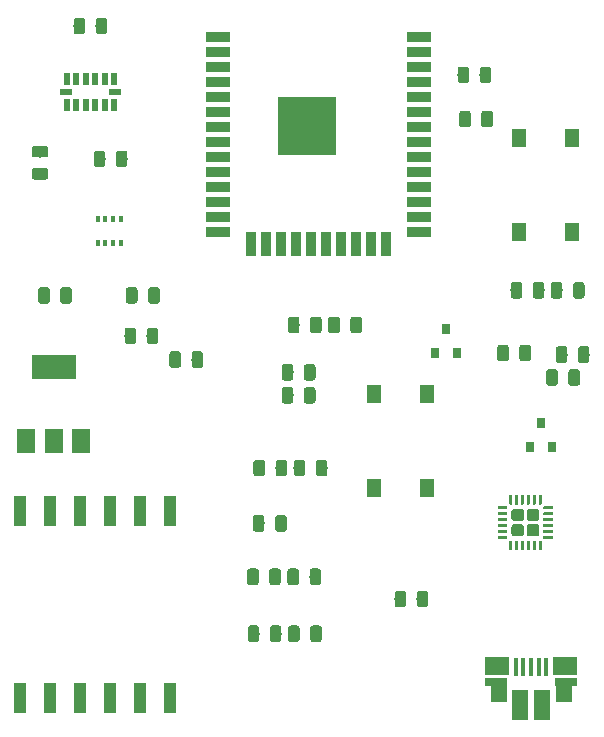
<source format=gtp>
G04 #@! TF.GenerationSoftware,KiCad,Pcbnew,(5.0.1-3-g963ef8bb5)*
G04 #@! TF.CreationDate,2019-10-19T22:42:43+03:00*
G04 #@! TF.ProjectId,kangal-bcu,6B616E67616C2D6263752E6B69636164,rev?*
G04 #@! TF.SameCoordinates,Original*
G04 #@! TF.FileFunction,Paste,Top*
G04 #@! TF.FilePolarity,Positive*
%FSLAX46Y46*%
G04 Gerber Fmt 4.6, Leading zero omitted, Abs format (unit mm)*
G04 Created by KiCad (PCBNEW (5.0.1-3-g963ef8bb5)) date 2019 October 19, Saturday 22:42:43*
%MOMM*%
%LPD*%
G01*
G04 APERTURE LIST*
%ADD10C,0.100000*%
%ADD11C,0.975000*%
%ADD12R,1.350000X2.000000*%
%ADD13R,1.825000X0.700000*%
%ADD14R,2.000000X1.500000*%
%ADD15R,0.400000X1.650000*%
%ADD16R,1.430000X2.500000*%
%ADD17R,1.000000X2.500000*%
%ADD18R,0.800000X0.900000*%
%ADD19R,1.300000X1.550000*%
%ADD20R,0.350000X0.500000*%
%ADD21R,5.000000X5.000000*%
%ADD22R,2.000000X0.900000*%
%ADD23R,0.900000X2.000000*%
%ADD24R,3.800000X2.000000*%
%ADD25R,1.500000X2.000000*%
%ADD26C,1.050000*%
%ADD27C,0.250000*%
%ADD28R,0.500000X1.123800*%
%ADD29R,1.123800X0.500000*%
G04 APERTURE END LIST*
D10*
G04 #@! TO.C,C1*
G36*
X222246143Y-78822675D02*
X222269804Y-78826185D01*
X222293008Y-78831997D01*
X222315530Y-78840055D01*
X222337154Y-78850283D01*
X222357671Y-78862580D01*
X222376884Y-78876830D01*
X222394608Y-78892894D01*
X222410672Y-78910618D01*
X222424922Y-78929831D01*
X222437219Y-78950348D01*
X222447447Y-78971972D01*
X222455505Y-78994494D01*
X222461317Y-79017698D01*
X222464827Y-79041359D01*
X222466001Y-79065251D01*
X222466001Y-79977751D01*
X222464827Y-80001643D01*
X222461317Y-80025304D01*
X222455505Y-80048508D01*
X222447447Y-80071030D01*
X222437219Y-80092654D01*
X222424922Y-80113171D01*
X222410672Y-80132384D01*
X222394608Y-80150108D01*
X222376884Y-80166172D01*
X222357671Y-80180422D01*
X222337154Y-80192719D01*
X222315530Y-80202947D01*
X222293008Y-80211005D01*
X222269804Y-80216817D01*
X222246143Y-80220327D01*
X222222251Y-80221501D01*
X221734751Y-80221501D01*
X221710859Y-80220327D01*
X221687198Y-80216817D01*
X221663994Y-80211005D01*
X221641472Y-80202947D01*
X221619848Y-80192719D01*
X221599331Y-80180422D01*
X221580118Y-80166172D01*
X221562394Y-80150108D01*
X221546330Y-80132384D01*
X221532080Y-80113171D01*
X221519783Y-80092654D01*
X221509555Y-80071030D01*
X221501497Y-80048508D01*
X221495685Y-80025304D01*
X221492175Y-80001643D01*
X221491001Y-79977751D01*
X221491001Y-79065251D01*
X221492175Y-79041359D01*
X221495685Y-79017698D01*
X221501497Y-78994494D01*
X221509555Y-78971972D01*
X221519783Y-78950348D01*
X221532080Y-78929831D01*
X221546330Y-78910618D01*
X221562394Y-78892894D01*
X221580118Y-78876830D01*
X221599331Y-78862580D01*
X221619848Y-78850283D01*
X221641472Y-78840055D01*
X221663994Y-78831997D01*
X221687198Y-78826185D01*
X221710859Y-78822675D01*
X221734751Y-78821501D01*
X222222251Y-78821501D01*
X222246143Y-78822675D01*
X222246143Y-78822675D01*
G37*
D11*
X221978501Y-79521501D03*
D10*
G36*
X224121143Y-78822675D02*
X224144804Y-78826185D01*
X224168008Y-78831997D01*
X224190530Y-78840055D01*
X224212154Y-78850283D01*
X224232671Y-78862580D01*
X224251884Y-78876830D01*
X224269608Y-78892894D01*
X224285672Y-78910618D01*
X224299922Y-78929831D01*
X224312219Y-78950348D01*
X224322447Y-78971972D01*
X224330505Y-78994494D01*
X224336317Y-79017698D01*
X224339827Y-79041359D01*
X224341001Y-79065251D01*
X224341001Y-79977751D01*
X224339827Y-80001643D01*
X224336317Y-80025304D01*
X224330505Y-80048508D01*
X224322447Y-80071030D01*
X224312219Y-80092654D01*
X224299922Y-80113171D01*
X224285672Y-80132384D01*
X224269608Y-80150108D01*
X224251884Y-80166172D01*
X224232671Y-80180422D01*
X224212154Y-80192719D01*
X224190530Y-80202947D01*
X224168008Y-80211005D01*
X224144804Y-80216817D01*
X224121143Y-80220327D01*
X224097251Y-80221501D01*
X223609751Y-80221501D01*
X223585859Y-80220327D01*
X223562198Y-80216817D01*
X223538994Y-80211005D01*
X223516472Y-80202947D01*
X223494848Y-80192719D01*
X223474331Y-80180422D01*
X223455118Y-80166172D01*
X223437394Y-80150108D01*
X223421330Y-80132384D01*
X223407080Y-80113171D01*
X223394783Y-80092654D01*
X223384555Y-80071030D01*
X223376497Y-80048508D01*
X223370685Y-80025304D01*
X223367175Y-80001643D01*
X223366001Y-79977751D01*
X223366001Y-79065251D01*
X223367175Y-79041359D01*
X223370685Y-79017698D01*
X223376497Y-78994494D01*
X223384555Y-78971972D01*
X223394783Y-78950348D01*
X223407080Y-78929831D01*
X223421330Y-78910618D01*
X223437394Y-78892894D01*
X223455118Y-78876830D01*
X223474331Y-78862580D01*
X223494848Y-78850283D01*
X223516472Y-78840055D01*
X223538994Y-78831997D01*
X223562198Y-78826185D01*
X223585859Y-78822675D01*
X223609751Y-78821501D01*
X224097251Y-78821501D01*
X224121143Y-78822675D01*
X224121143Y-78822675D01*
G37*
D11*
X223853501Y-79521501D03*
G04 #@! TD*
D10*
G04 #@! TO.C,C2*
G36*
X188149142Y-79247674D02*
X188172803Y-79251184D01*
X188196007Y-79256996D01*
X188218529Y-79265054D01*
X188240153Y-79275282D01*
X188260670Y-79287579D01*
X188279883Y-79301829D01*
X188297607Y-79317893D01*
X188313671Y-79335617D01*
X188327921Y-79354830D01*
X188340218Y-79375347D01*
X188350446Y-79396971D01*
X188358504Y-79419493D01*
X188364316Y-79442697D01*
X188367826Y-79466358D01*
X188369000Y-79490250D01*
X188369000Y-80402750D01*
X188367826Y-80426642D01*
X188364316Y-80450303D01*
X188358504Y-80473507D01*
X188350446Y-80496029D01*
X188340218Y-80517653D01*
X188327921Y-80538170D01*
X188313671Y-80557383D01*
X188297607Y-80575107D01*
X188279883Y-80591171D01*
X188260670Y-80605421D01*
X188240153Y-80617718D01*
X188218529Y-80627946D01*
X188196007Y-80636004D01*
X188172803Y-80641816D01*
X188149142Y-80645326D01*
X188125250Y-80646500D01*
X187637750Y-80646500D01*
X187613858Y-80645326D01*
X187590197Y-80641816D01*
X187566993Y-80636004D01*
X187544471Y-80627946D01*
X187522847Y-80617718D01*
X187502330Y-80605421D01*
X187483117Y-80591171D01*
X187465393Y-80575107D01*
X187449329Y-80557383D01*
X187435079Y-80538170D01*
X187422782Y-80517653D01*
X187412554Y-80496029D01*
X187404496Y-80473507D01*
X187398684Y-80450303D01*
X187395174Y-80426642D01*
X187394000Y-80402750D01*
X187394000Y-79490250D01*
X187395174Y-79466358D01*
X187398684Y-79442697D01*
X187404496Y-79419493D01*
X187412554Y-79396971D01*
X187422782Y-79375347D01*
X187435079Y-79354830D01*
X187449329Y-79335617D01*
X187465393Y-79317893D01*
X187483117Y-79301829D01*
X187502330Y-79287579D01*
X187522847Y-79275282D01*
X187544471Y-79265054D01*
X187566993Y-79256996D01*
X187590197Y-79251184D01*
X187613858Y-79247674D01*
X187637750Y-79246500D01*
X188125250Y-79246500D01*
X188149142Y-79247674D01*
X188149142Y-79247674D01*
G37*
D11*
X187881500Y-79946500D03*
D10*
G36*
X186274142Y-79247674D02*
X186297803Y-79251184D01*
X186321007Y-79256996D01*
X186343529Y-79265054D01*
X186365153Y-79275282D01*
X186385670Y-79287579D01*
X186404883Y-79301829D01*
X186422607Y-79317893D01*
X186438671Y-79335617D01*
X186452921Y-79354830D01*
X186465218Y-79375347D01*
X186475446Y-79396971D01*
X186483504Y-79419493D01*
X186489316Y-79442697D01*
X186492826Y-79466358D01*
X186494000Y-79490250D01*
X186494000Y-80402750D01*
X186492826Y-80426642D01*
X186489316Y-80450303D01*
X186483504Y-80473507D01*
X186475446Y-80496029D01*
X186465218Y-80517653D01*
X186452921Y-80538170D01*
X186438671Y-80557383D01*
X186422607Y-80575107D01*
X186404883Y-80591171D01*
X186385670Y-80605421D01*
X186365153Y-80617718D01*
X186343529Y-80627946D01*
X186321007Y-80636004D01*
X186297803Y-80641816D01*
X186274142Y-80645326D01*
X186250250Y-80646500D01*
X185762750Y-80646500D01*
X185738858Y-80645326D01*
X185715197Y-80641816D01*
X185691993Y-80636004D01*
X185669471Y-80627946D01*
X185647847Y-80617718D01*
X185627330Y-80605421D01*
X185608117Y-80591171D01*
X185590393Y-80575107D01*
X185574329Y-80557383D01*
X185560079Y-80538170D01*
X185547782Y-80517653D01*
X185537554Y-80496029D01*
X185529496Y-80473507D01*
X185523684Y-80450303D01*
X185520174Y-80426642D01*
X185519000Y-80402750D01*
X185519000Y-79490250D01*
X185520174Y-79466358D01*
X185523684Y-79442697D01*
X185529496Y-79419493D01*
X185537554Y-79396971D01*
X185547782Y-79375347D01*
X185560079Y-79354830D01*
X185574329Y-79335617D01*
X185590393Y-79317893D01*
X185608117Y-79301829D01*
X185627330Y-79287579D01*
X185647847Y-79275282D01*
X185669471Y-79265054D01*
X185691993Y-79256996D01*
X185715197Y-79251184D01*
X185738858Y-79247674D01*
X185762750Y-79246500D01*
X186250250Y-79246500D01*
X186274142Y-79247674D01*
X186274142Y-79247674D01*
G37*
D11*
X186006500Y-79946500D03*
G04 #@! TD*
D10*
G04 #@! TO.C,C3*
G36*
X201343143Y-87717675D02*
X201366804Y-87721185D01*
X201390008Y-87726997D01*
X201412530Y-87735055D01*
X201434154Y-87745283D01*
X201454671Y-87757580D01*
X201473884Y-87771830D01*
X201491608Y-87787894D01*
X201507672Y-87805618D01*
X201521922Y-87824831D01*
X201534219Y-87845348D01*
X201544447Y-87866972D01*
X201552505Y-87889494D01*
X201558317Y-87912698D01*
X201561827Y-87936359D01*
X201563001Y-87960251D01*
X201563001Y-88872751D01*
X201561827Y-88896643D01*
X201558317Y-88920304D01*
X201552505Y-88943508D01*
X201544447Y-88966030D01*
X201534219Y-88987654D01*
X201521922Y-89008171D01*
X201507672Y-89027384D01*
X201491608Y-89045108D01*
X201473884Y-89061172D01*
X201454671Y-89075422D01*
X201434154Y-89087719D01*
X201412530Y-89097947D01*
X201390008Y-89106005D01*
X201366804Y-89111817D01*
X201343143Y-89115327D01*
X201319251Y-89116501D01*
X200831751Y-89116501D01*
X200807859Y-89115327D01*
X200784198Y-89111817D01*
X200760994Y-89106005D01*
X200738472Y-89097947D01*
X200716848Y-89087719D01*
X200696331Y-89075422D01*
X200677118Y-89061172D01*
X200659394Y-89045108D01*
X200643330Y-89027384D01*
X200629080Y-89008171D01*
X200616783Y-88987654D01*
X200606555Y-88966030D01*
X200598497Y-88943508D01*
X200592685Y-88920304D01*
X200589175Y-88896643D01*
X200588001Y-88872751D01*
X200588001Y-87960251D01*
X200589175Y-87936359D01*
X200592685Y-87912698D01*
X200598497Y-87889494D01*
X200606555Y-87866972D01*
X200616783Y-87845348D01*
X200629080Y-87824831D01*
X200643330Y-87805618D01*
X200659394Y-87787894D01*
X200677118Y-87771830D01*
X200696331Y-87757580D01*
X200716848Y-87745283D01*
X200738472Y-87735055D01*
X200760994Y-87726997D01*
X200784198Y-87721185D01*
X200807859Y-87717675D01*
X200831751Y-87716501D01*
X201319251Y-87716501D01*
X201343143Y-87717675D01*
X201343143Y-87717675D01*
G37*
D11*
X201075501Y-88416501D03*
D10*
G36*
X199468143Y-87717675D02*
X199491804Y-87721185D01*
X199515008Y-87726997D01*
X199537530Y-87735055D01*
X199559154Y-87745283D01*
X199579671Y-87757580D01*
X199598884Y-87771830D01*
X199616608Y-87787894D01*
X199632672Y-87805618D01*
X199646922Y-87824831D01*
X199659219Y-87845348D01*
X199669447Y-87866972D01*
X199677505Y-87889494D01*
X199683317Y-87912698D01*
X199686827Y-87936359D01*
X199688001Y-87960251D01*
X199688001Y-88872751D01*
X199686827Y-88896643D01*
X199683317Y-88920304D01*
X199677505Y-88943508D01*
X199669447Y-88966030D01*
X199659219Y-88987654D01*
X199646922Y-89008171D01*
X199632672Y-89027384D01*
X199616608Y-89045108D01*
X199598884Y-89061172D01*
X199579671Y-89075422D01*
X199559154Y-89087719D01*
X199537530Y-89097947D01*
X199515008Y-89106005D01*
X199491804Y-89111817D01*
X199468143Y-89115327D01*
X199444251Y-89116501D01*
X198956751Y-89116501D01*
X198932859Y-89115327D01*
X198909198Y-89111817D01*
X198885994Y-89106005D01*
X198863472Y-89097947D01*
X198841848Y-89087719D01*
X198821331Y-89075422D01*
X198802118Y-89061172D01*
X198784394Y-89045108D01*
X198768330Y-89027384D01*
X198754080Y-89008171D01*
X198741783Y-88987654D01*
X198731555Y-88966030D01*
X198723497Y-88943508D01*
X198717685Y-88920304D01*
X198714175Y-88896643D01*
X198713001Y-88872751D01*
X198713001Y-87960251D01*
X198714175Y-87936359D01*
X198717685Y-87912698D01*
X198723497Y-87889494D01*
X198731555Y-87866972D01*
X198741783Y-87845348D01*
X198754080Y-87824831D01*
X198768330Y-87805618D01*
X198784394Y-87787894D01*
X198802118Y-87771830D01*
X198821331Y-87757580D01*
X198841848Y-87745283D01*
X198863472Y-87735055D01*
X198885994Y-87726997D01*
X198909198Y-87721185D01*
X198932859Y-87717675D01*
X198956751Y-87716501D01*
X199444251Y-87716501D01*
X199468143Y-87717675D01*
X199468143Y-87717675D01*
G37*
D11*
X199200501Y-88416501D03*
G04 #@! TD*
D10*
G04 #@! TO.C,C4*
G36*
X203393643Y-81752675D02*
X203417304Y-81756185D01*
X203440508Y-81761997D01*
X203463030Y-81770055D01*
X203484654Y-81780283D01*
X203505171Y-81792580D01*
X203524384Y-81806830D01*
X203542108Y-81822894D01*
X203558172Y-81840618D01*
X203572422Y-81859831D01*
X203584719Y-81880348D01*
X203594947Y-81901972D01*
X203603005Y-81924494D01*
X203608817Y-81947698D01*
X203612327Y-81971359D01*
X203613501Y-81995251D01*
X203613501Y-82907751D01*
X203612327Y-82931643D01*
X203608817Y-82955304D01*
X203603005Y-82978508D01*
X203594947Y-83001030D01*
X203584719Y-83022654D01*
X203572422Y-83043171D01*
X203558172Y-83062384D01*
X203542108Y-83080108D01*
X203524384Y-83096172D01*
X203505171Y-83110422D01*
X203484654Y-83122719D01*
X203463030Y-83132947D01*
X203440508Y-83141005D01*
X203417304Y-83146817D01*
X203393643Y-83150327D01*
X203369751Y-83151501D01*
X202882251Y-83151501D01*
X202858359Y-83150327D01*
X202834698Y-83146817D01*
X202811494Y-83141005D01*
X202788972Y-83132947D01*
X202767348Y-83122719D01*
X202746831Y-83110422D01*
X202727618Y-83096172D01*
X202709894Y-83080108D01*
X202693830Y-83062384D01*
X202679580Y-83043171D01*
X202667283Y-83022654D01*
X202657055Y-83001030D01*
X202648997Y-82978508D01*
X202643185Y-82955304D01*
X202639675Y-82931643D01*
X202638501Y-82907751D01*
X202638501Y-81995251D01*
X202639675Y-81971359D01*
X202643185Y-81947698D01*
X202648997Y-81924494D01*
X202657055Y-81901972D01*
X202667283Y-81880348D01*
X202679580Y-81859831D01*
X202693830Y-81840618D01*
X202709894Y-81822894D01*
X202727618Y-81806830D01*
X202746831Y-81792580D01*
X202767348Y-81780283D01*
X202788972Y-81770055D01*
X202811494Y-81761997D01*
X202834698Y-81756185D01*
X202858359Y-81752675D01*
X202882251Y-81751501D01*
X203369751Y-81751501D01*
X203393643Y-81752675D01*
X203393643Y-81752675D01*
G37*
D11*
X203126001Y-82451501D03*
D10*
G36*
X205268643Y-81752675D02*
X205292304Y-81756185D01*
X205315508Y-81761997D01*
X205338030Y-81770055D01*
X205359654Y-81780283D01*
X205380171Y-81792580D01*
X205399384Y-81806830D01*
X205417108Y-81822894D01*
X205433172Y-81840618D01*
X205447422Y-81859831D01*
X205459719Y-81880348D01*
X205469947Y-81901972D01*
X205478005Y-81924494D01*
X205483817Y-81947698D01*
X205487327Y-81971359D01*
X205488501Y-81995251D01*
X205488501Y-82907751D01*
X205487327Y-82931643D01*
X205483817Y-82955304D01*
X205478005Y-82978508D01*
X205469947Y-83001030D01*
X205459719Y-83022654D01*
X205447422Y-83043171D01*
X205433172Y-83062384D01*
X205417108Y-83080108D01*
X205399384Y-83096172D01*
X205380171Y-83110422D01*
X205359654Y-83122719D01*
X205338030Y-83132947D01*
X205315508Y-83141005D01*
X205292304Y-83146817D01*
X205268643Y-83150327D01*
X205244751Y-83151501D01*
X204757251Y-83151501D01*
X204733359Y-83150327D01*
X204709698Y-83146817D01*
X204686494Y-83141005D01*
X204663972Y-83132947D01*
X204642348Y-83122719D01*
X204621831Y-83110422D01*
X204602618Y-83096172D01*
X204584894Y-83080108D01*
X204568830Y-83062384D01*
X204554580Y-83043171D01*
X204542283Y-83022654D01*
X204532055Y-83001030D01*
X204523997Y-82978508D01*
X204518185Y-82955304D01*
X204514675Y-82931643D01*
X204513501Y-82907751D01*
X204513501Y-81995251D01*
X204514675Y-81971359D01*
X204518185Y-81947698D01*
X204523997Y-81924494D01*
X204532055Y-81901972D01*
X204542283Y-81880348D01*
X204554580Y-81859831D01*
X204568830Y-81840618D01*
X204584894Y-81822894D01*
X204602618Y-81806830D01*
X204621831Y-81792580D01*
X204642348Y-81780283D01*
X204663972Y-81770055D01*
X204686494Y-81761997D01*
X204709698Y-81756185D01*
X204733359Y-81752675D01*
X204757251Y-81751501D01*
X205244751Y-81751501D01*
X205268643Y-81752675D01*
X205268643Y-81752675D01*
G37*
D11*
X205001001Y-82451501D03*
G04 #@! TD*
D10*
G04 #@! TO.C,C5*
G36*
X186147142Y-82676674D02*
X186170803Y-82680184D01*
X186194007Y-82685996D01*
X186216529Y-82694054D01*
X186238153Y-82704282D01*
X186258670Y-82716579D01*
X186277883Y-82730829D01*
X186295607Y-82746893D01*
X186311671Y-82764617D01*
X186325921Y-82783830D01*
X186338218Y-82804347D01*
X186348446Y-82825971D01*
X186356504Y-82848493D01*
X186362316Y-82871697D01*
X186365826Y-82895358D01*
X186367000Y-82919250D01*
X186367000Y-83831750D01*
X186365826Y-83855642D01*
X186362316Y-83879303D01*
X186356504Y-83902507D01*
X186348446Y-83925029D01*
X186338218Y-83946653D01*
X186325921Y-83967170D01*
X186311671Y-83986383D01*
X186295607Y-84004107D01*
X186277883Y-84020171D01*
X186258670Y-84034421D01*
X186238153Y-84046718D01*
X186216529Y-84056946D01*
X186194007Y-84065004D01*
X186170803Y-84070816D01*
X186147142Y-84074326D01*
X186123250Y-84075500D01*
X185635750Y-84075500D01*
X185611858Y-84074326D01*
X185588197Y-84070816D01*
X185564993Y-84065004D01*
X185542471Y-84056946D01*
X185520847Y-84046718D01*
X185500330Y-84034421D01*
X185481117Y-84020171D01*
X185463393Y-84004107D01*
X185447329Y-83986383D01*
X185433079Y-83967170D01*
X185420782Y-83946653D01*
X185410554Y-83925029D01*
X185402496Y-83902507D01*
X185396684Y-83879303D01*
X185393174Y-83855642D01*
X185392000Y-83831750D01*
X185392000Y-82919250D01*
X185393174Y-82895358D01*
X185396684Y-82871697D01*
X185402496Y-82848493D01*
X185410554Y-82825971D01*
X185420782Y-82804347D01*
X185433079Y-82783830D01*
X185447329Y-82764617D01*
X185463393Y-82746893D01*
X185481117Y-82730829D01*
X185500330Y-82716579D01*
X185520847Y-82704282D01*
X185542471Y-82694054D01*
X185564993Y-82685996D01*
X185588197Y-82680184D01*
X185611858Y-82676674D01*
X185635750Y-82675500D01*
X186123250Y-82675500D01*
X186147142Y-82676674D01*
X186147142Y-82676674D01*
G37*
D11*
X185879500Y-83375500D03*
D10*
G36*
X188022142Y-82676674D02*
X188045803Y-82680184D01*
X188069007Y-82685996D01*
X188091529Y-82694054D01*
X188113153Y-82704282D01*
X188133670Y-82716579D01*
X188152883Y-82730829D01*
X188170607Y-82746893D01*
X188186671Y-82764617D01*
X188200921Y-82783830D01*
X188213218Y-82804347D01*
X188223446Y-82825971D01*
X188231504Y-82848493D01*
X188237316Y-82871697D01*
X188240826Y-82895358D01*
X188242000Y-82919250D01*
X188242000Y-83831750D01*
X188240826Y-83855642D01*
X188237316Y-83879303D01*
X188231504Y-83902507D01*
X188223446Y-83925029D01*
X188213218Y-83946653D01*
X188200921Y-83967170D01*
X188186671Y-83986383D01*
X188170607Y-84004107D01*
X188152883Y-84020171D01*
X188133670Y-84034421D01*
X188113153Y-84046718D01*
X188091529Y-84056946D01*
X188069007Y-84065004D01*
X188045803Y-84070816D01*
X188022142Y-84074326D01*
X187998250Y-84075500D01*
X187510750Y-84075500D01*
X187486858Y-84074326D01*
X187463197Y-84070816D01*
X187439993Y-84065004D01*
X187417471Y-84056946D01*
X187395847Y-84046718D01*
X187375330Y-84034421D01*
X187356117Y-84020171D01*
X187338393Y-84004107D01*
X187322329Y-83986383D01*
X187308079Y-83967170D01*
X187295782Y-83946653D01*
X187285554Y-83925029D01*
X187277496Y-83902507D01*
X187271684Y-83879303D01*
X187268174Y-83855642D01*
X187267000Y-83831750D01*
X187267000Y-82919250D01*
X187268174Y-82895358D01*
X187271684Y-82871697D01*
X187277496Y-82848493D01*
X187285554Y-82825971D01*
X187295782Y-82804347D01*
X187308079Y-82783830D01*
X187322329Y-82764617D01*
X187338393Y-82746893D01*
X187356117Y-82730829D01*
X187375330Y-82716579D01*
X187395847Y-82704282D01*
X187417471Y-82694054D01*
X187439993Y-82685996D01*
X187463197Y-82680184D01*
X187486858Y-82676674D01*
X187510750Y-82675500D01*
X187998250Y-82675500D01*
X188022142Y-82676674D01*
X188022142Y-82676674D01*
G37*
D11*
X187754500Y-83375500D03*
G04 #@! TD*
D10*
G04 #@! TO.C,C6*
G36*
X201858643Y-81752675D02*
X201882304Y-81756185D01*
X201905508Y-81761997D01*
X201928030Y-81770055D01*
X201949654Y-81780283D01*
X201970171Y-81792580D01*
X201989384Y-81806830D01*
X202007108Y-81822894D01*
X202023172Y-81840618D01*
X202037422Y-81859831D01*
X202049719Y-81880348D01*
X202059947Y-81901972D01*
X202068005Y-81924494D01*
X202073817Y-81947698D01*
X202077327Y-81971359D01*
X202078501Y-81995251D01*
X202078501Y-82907751D01*
X202077327Y-82931643D01*
X202073817Y-82955304D01*
X202068005Y-82978508D01*
X202059947Y-83001030D01*
X202049719Y-83022654D01*
X202037422Y-83043171D01*
X202023172Y-83062384D01*
X202007108Y-83080108D01*
X201989384Y-83096172D01*
X201970171Y-83110422D01*
X201949654Y-83122719D01*
X201928030Y-83132947D01*
X201905508Y-83141005D01*
X201882304Y-83146817D01*
X201858643Y-83150327D01*
X201834751Y-83151501D01*
X201347251Y-83151501D01*
X201323359Y-83150327D01*
X201299698Y-83146817D01*
X201276494Y-83141005D01*
X201253972Y-83132947D01*
X201232348Y-83122719D01*
X201211831Y-83110422D01*
X201192618Y-83096172D01*
X201174894Y-83080108D01*
X201158830Y-83062384D01*
X201144580Y-83043171D01*
X201132283Y-83022654D01*
X201122055Y-83001030D01*
X201113997Y-82978508D01*
X201108185Y-82955304D01*
X201104675Y-82931643D01*
X201103501Y-82907751D01*
X201103501Y-81995251D01*
X201104675Y-81971359D01*
X201108185Y-81947698D01*
X201113997Y-81924494D01*
X201122055Y-81901972D01*
X201132283Y-81880348D01*
X201144580Y-81859831D01*
X201158830Y-81840618D01*
X201174894Y-81822894D01*
X201192618Y-81806830D01*
X201211831Y-81792580D01*
X201232348Y-81780283D01*
X201253972Y-81770055D01*
X201276494Y-81761997D01*
X201299698Y-81756185D01*
X201323359Y-81752675D01*
X201347251Y-81751501D01*
X201834751Y-81751501D01*
X201858643Y-81752675D01*
X201858643Y-81752675D01*
G37*
D11*
X201591001Y-82451501D03*
D10*
G36*
X199983643Y-81752675D02*
X200007304Y-81756185D01*
X200030508Y-81761997D01*
X200053030Y-81770055D01*
X200074654Y-81780283D01*
X200095171Y-81792580D01*
X200114384Y-81806830D01*
X200132108Y-81822894D01*
X200148172Y-81840618D01*
X200162422Y-81859831D01*
X200174719Y-81880348D01*
X200184947Y-81901972D01*
X200193005Y-81924494D01*
X200198817Y-81947698D01*
X200202327Y-81971359D01*
X200203501Y-81995251D01*
X200203501Y-82907751D01*
X200202327Y-82931643D01*
X200198817Y-82955304D01*
X200193005Y-82978508D01*
X200184947Y-83001030D01*
X200174719Y-83022654D01*
X200162422Y-83043171D01*
X200148172Y-83062384D01*
X200132108Y-83080108D01*
X200114384Y-83096172D01*
X200095171Y-83110422D01*
X200074654Y-83122719D01*
X200053030Y-83132947D01*
X200030508Y-83141005D01*
X200007304Y-83146817D01*
X199983643Y-83150327D01*
X199959751Y-83151501D01*
X199472251Y-83151501D01*
X199448359Y-83150327D01*
X199424698Y-83146817D01*
X199401494Y-83141005D01*
X199378972Y-83132947D01*
X199357348Y-83122719D01*
X199336831Y-83110422D01*
X199317618Y-83096172D01*
X199299894Y-83080108D01*
X199283830Y-83062384D01*
X199269580Y-83043171D01*
X199257283Y-83022654D01*
X199247055Y-83001030D01*
X199238997Y-82978508D01*
X199233185Y-82955304D01*
X199229675Y-82931643D01*
X199228501Y-82907751D01*
X199228501Y-81995251D01*
X199229675Y-81971359D01*
X199233185Y-81947698D01*
X199238997Y-81924494D01*
X199247055Y-81901972D01*
X199257283Y-81880348D01*
X199269580Y-81859831D01*
X199283830Y-81840618D01*
X199299894Y-81822894D01*
X199317618Y-81806830D01*
X199336831Y-81792580D01*
X199357348Y-81780283D01*
X199378972Y-81770055D01*
X199401494Y-81761997D01*
X199424698Y-81756185D01*
X199448359Y-81752675D01*
X199472251Y-81751501D01*
X199959751Y-81751501D01*
X199983643Y-81752675D01*
X199983643Y-81752675D01*
G37*
D11*
X199716001Y-82451501D03*
G04 #@! TD*
D10*
G04 #@! TO.C,C7*
G36*
X181829142Y-56451174D02*
X181852803Y-56454684D01*
X181876007Y-56460496D01*
X181898529Y-56468554D01*
X181920153Y-56478782D01*
X181940670Y-56491079D01*
X181959883Y-56505329D01*
X181977607Y-56521393D01*
X181993671Y-56539117D01*
X182007921Y-56558330D01*
X182020218Y-56578847D01*
X182030446Y-56600471D01*
X182038504Y-56622993D01*
X182044316Y-56646197D01*
X182047826Y-56669858D01*
X182049000Y-56693750D01*
X182049000Y-57606250D01*
X182047826Y-57630142D01*
X182044316Y-57653803D01*
X182038504Y-57677007D01*
X182030446Y-57699529D01*
X182020218Y-57721153D01*
X182007921Y-57741670D01*
X181993671Y-57760883D01*
X181977607Y-57778607D01*
X181959883Y-57794671D01*
X181940670Y-57808921D01*
X181920153Y-57821218D01*
X181898529Y-57831446D01*
X181876007Y-57839504D01*
X181852803Y-57845316D01*
X181829142Y-57848826D01*
X181805250Y-57850000D01*
X181317750Y-57850000D01*
X181293858Y-57848826D01*
X181270197Y-57845316D01*
X181246993Y-57839504D01*
X181224471Y-57831446D01*
X181202847Y-57821218D01*
X181182330Y-57808921D01*
X181163117Y-57794671D01*
X181145393Y-57778607D01*
X181129329Y-57760883D01*
X181115079Y-57741670D01*
X181102782Y-57721153D01*
X181092554Y-57699529D01*
X181084496Y-57677007D01*
X181078684Y-57653803D01*
X181075174Y-57630142D01*
X181074000Y-57606250D01*
X181074000Y-56693750D01*
X181075174Y-56669858D01*
X181078684Y-56646197D01*
X181084496Y-56622993D01*
X181092554Y-56600471D01*
X181102782Y-56578847D01*
X181115079Y-56558330D01*
X181129329Y-56539117D01*
X181145393Y-56521393D01*
X181163117Y-56505329D01*
X181182330Y-56491079D01*
X181202847Y-56478782D01*
X181224471Y-56468554D01*
X181246993Y-56460496D01*
X181270197Y-56454684D01*
X181293858Y-56451174D01*
X181317750Y-56450000D01*
X181805250Y-56450000D01*
X181829142Y-56451174D01*
X181829142Y-56451174D01*
G37*
D11*
X181561500Y-57150000D03*
D10*
G36*
X183704142Y-56451174D02*
X183727803Y-56454684D01*
X183751007Y-56460496D01*
X183773529Y-56468554D01*
X183795153Y-56478782D01*
X183815670Y-56491079D01*
X183834883Y-56505329D01*
X183852607Y-56521393D01*
X183868671Y-56539117D01*
X183882921Y-56558330D01*
X183895218Y-56578847D01*
X183905446Y-56600471D01*
X183913504Y-56622993D01*
X183919316Y-56646197D01*
X183922826Y-56669858D01*
X183924000Y-56693750D01*
X183924000Y-57606250D01*
X183922826Y-57630142D01*
X183919316Y-57653803D01*
X183913504Y-57677007D01*
X183905446Y-57699529D01*
X183895218Y-57721153D01*
X183882921Y-57741670D01*
X183868671Y-57760883D01*
X183852607Y-57778607D01*
X183834883Y-57794671D01*
X183815670Y-57808921D01*
X183795153Y-57821218D01*
X183773529Y-57831446D01*
X183751007Y-57839504D01*
X183727803Y-57845316D01*
X183704142Y-57848826D01*
X183680250Y-57850000D01*
X183192750Y-57850000D01*
X183168858Y-57848826D01*
X183145197Y-57845316D01*
X183121993Y-57839504D01*
X183099471Y-57831446D01*
X183077847Y-57821218D01*
X183057330Y-57808921D01*
X183038117Y-57794671D01*
X183020393Y-57778607D01*
X183004329Y-57760883D01*
X182990079Y-57741670D01*
X182977782Y-57721153D01*
X182967554Y-57699529D01*
X182959496Y-57677007D01*
X182953684Y-57653803D01*
X182950174Y-57630142D01*
X182949000Y-57606250D01*
X182949000Y-56693750D01*
X182950174Y-56669858D01*
X182953684Y-56646197D01*
X182959496Y-56622993D01*
X182967554Y-56600471D01*
X182977782Y-56578847D01*
X182990079Y-56558330D01*
X183004329Y-56539117D01*
X183020393Y-56521393D01*
X183038117Y-56505329D01*
X183057330Y-56491079D01*
X183077847Y-56478782D01*
X183099471Y-56468554D01*
X183121993Y-56460496D01*
X183145197Y-56454684D01*
X183168858Y-56451174D01*
X183192750Y-56450000D01*
X183680250Y-56450000D01*
X183704142Y-56451174D01*
X183704142Y-56451174D01*
G37*
D11*
X183436500Y-57150000D03*
G04 #@! TD*
D10*
G04 #@! TO.C,C8*
G36*
X198405143Y-103073175D02*
X198428804Y-103076685D01*
X198452008Y-103082497D01*
X198474530Y-103090555D01*
X198496154Y-103100783D01*
X198516671Y-103113080D01*
X198535884Y-103127330D01*
X198553608Y-103143394D01*
X198569672Y-103161118D01*
X198583922Y-103180331D01*
X198596219Y-103200848D01*
X198606447Y-103222472D01*
X198614505Y-103244994D01*
X198620317Y-103268198D01*
X198623827Y-103291859D01*
X198625001Y-103315751D01*
X198625001Y-104228251D01*
X198623827Y-104252143D01*
X198620317Y-104275804D01*
X198614505Y-104299008D01*
X198606447Y-104321530D01*
X198596219Y-104343154D01*
X198583922Y-104363671D01*
X198569672Y-104382884D01*
X198553608Y-104400608D01*
X198535884Y-104416672D01*
X198516671Y-104430922D01*
X198496154Y-104443219D01*
X198474530Y-104453447D01*
X198452008Y-104461505D01*
X198428804Y-104467317D01*
X198405143Y-104470827D01*
X198381251Y-104472001D01*
X197893751Y-104472001D01*
X197869859Y-104470827D01*
X197846198Y-104467317D01*
X197822994Y-104461505D01*
X197800472Y-104453447D01*
X197778848Y-104443219D01*
X197758331Y-104430922D01*
X197739118Y-104416672D01*
X197721394Y-104400608D01*
X197705330Y-104382884D01*
X197691080Y-104363671D01*
X197678783Y-104343154D01*
X197668555Y-104321530D01*
X197660497Y-104299008D01*
X197654685Y-104275804D01*
X197651175Y-104252143D01*
X197650001Y-104228251D01*
X197650001Y-103315751D01*
X197651175Y-103291859D01*
X197654685Y-103268198D01*
X197660497Y-103244994D01*
X197668555Y-103222472D01*
X197678783Y-103200848D01*
X197691080Y-103180331D01*
X197705330Y-103161118D01*
X197721394Y-103143394D01*
X197739118Y-103127330D01*
X197758331Y-103113080D01*
X197778848Y-103100783D01*
X197800472Y-103090555D01*
X197822994Y-103082497D01*
X197846198Y-103076685D01*
X197869859Y-103073175D01*
X197893751Y-103072001D01*
X198381251Y-103072001D01*
X198405143Y-103073175D01*
X198405143Y-103073175D01*
G37*
D11*
X198137501Y-103772001D03*
D10*
G36*
X196530143Y-103073175D02*
X196553804Y-103076685D01*
X196577008Y-103082497D01*
X196599530Y-103090555D01*
X196621154Y-103100783D01*
X196641671Y-103113080D01*
X196660884Y-103127330D01*
X196678608Y-103143394D01*
X196694672Y-103161118D01*
X196708922Y-103180331D01*
X196721219Y-103200848D01*
X196731447Y-103222472D01*
X196739505Y-103244994D01*
X196745317Y-103268198D01*
X196748827Y-103291859D01*
X196750001Y-103315751D01*
X196750001Y-104228251D01*
X196748827Y-104252143D01*
X196745317Y-104275804D01*
X196739505Y-104299008D01*
X196731447Y-104321530D01*
X196721219Y-104343154D01*
X196708922Y-104363671D01*
X196694672Y-104382884D01*
X196678608Y-104400608D01*
X196660884Y-104416672D01*
X196641671Y-104430922D01*
X196621154Y-104443219D01*
X196599530Y-104453447D01*
X196577008Y-104461505D01*
X196553804Y-104467317D01*
X196530143Y-104470827D01*
X196506251Y-104472001D01*
X196018751Y-104472001D01*
X195994859Y-104470827D01*
X195971198Y-104467317D01*
X195947994Y-104461505D01*
X195925472Y-104453447D01*
X195903848Y-104443219D01*
X195883331Y-104430922D01*
X195864118Y-104416672D01*
X195846394Y-104400608D01*
X195830330Y-104382884D01*
X195816080Y-104363671D01*
X195803783Y-104343154D01*
X195793555Y-104321530D01*
X195785497Y-104299008D01*
X195779685Y-104275804D01*
X195776175Y-104252143D01*
X195775001Y-104228251D01*
X195775001Y-103315751D01*
X195776175Y-103291859D01*
X195779685Y-103268198D01*
X195785497Y-103244994D01*
X195793555Y-103222472D01*
X195803783Y-103200848D01*
X195816080Y-103180331D01*
X195830330Y-103161118D01*
X195846394Y-103143394D01*
X195864118Y-103127330D01*
X195883331Y-103113080D01*
X195903848Y-103100783D01*
X195925472Y-103090555D01*
X195947994Y-103082497D01*
X195971198Y-103076685D01*
X195994859Y-103073175D01*
X196018751Y-103072001D01*
X196506251Y-103072001D01*
X196530143Y-103073175D01*
X196530143Y-103073175D01*
G37*
D11*
X196262501Y-103772001D03*
G04 #@! TD*
D10*
G04 #@! TO.C,C9*
G36*
X199940143Y-103073175D02*
X199963804Y-103076685D01*
X199987008Y-103082497D01*
X200009530Y-103090555D01*
X200031154Y-103100783D01*
X200051671Y-103113080D01*
X200070884Y-103127330D01*
X200088608Y-103143394D01*
X200104672Y-103161118D01*
X200118922Y-103180331D01*
X200131219Y-103200848D01*
X200141447Y-103222472D01*
X200149505Y-103244994D01*
X200155317Y-103268198D01*
X200158827Y-103291859D01*
X200160001Y-103315751D01*
X200160001Y-104228251D01*
X200158827Y-104252143D01*
X200155317Y-104275804D01*
X200149505Y-104299008D01*
X200141447Y-104321530D01*
X200131219Y-104343154D01*
X200118922Y-104363671D01*
X200104672Y-104382884D01*
X200088608Y-104400608D01*
X200070884Y-104416672D01*
X200051671Y-104430922D01*
X200031154Y-104443219D01*
X200009530Y-104453447D01*
X199987008Y-104461505D01*
X199963804Y-104467317D01*
X199940143Y-104470827D01*
X199916251Y-104472001D01*
X199428751Y-104472001D01*
X199404859Y-104470827D01*
X199381198Y-104467317D01*
X199357994Y-104461505D01*
X199335472Y-104453447D01*
X199313848Y-104443219D01*
X199293331Y-104430922D01*
X199274118Y-104416672D01*
X199256394Y-104400608D01*
X199240330Y-104382884D01*
X199226080Y-104363671D01*
X199213783Y-104343154D01*
X199203555Y-104321530D01*
X199195497Y-104299008D01*
X199189685Y-104275804D01*
X199186175Y-104252143D01*
X199185001Y-104228251D01*
X199185001Y-103315751D01*
X199186175Y-103291859D01*
X199189685Y-103268198D01*
X199195497Y-103244994D01*
X199203555Y-103222472D01*
X199213783Y-103200848D01*
X199226080Y-103180331D01*
X199240330Y-103161118D01*
X199256394Y-103143394D01*
X199274118Y-103127330D01*
X199293331Y-103113080D01*
X199313848Y-103100783D01*
X199335472Y-103090555D01*
X199357994Y-103082497D01*
X199381198Y-103076685D01*
X199404859Y-103073175D01*
X199428751Y-103072001D01*
X199916251Y-103072001D01*
X199940143Y-103073175D01*
X199940143Y-103073175D01*
G37*
D11*
X199672501Y-103772001D03*
D10*
G36*
X201815143Y-103073175D02*
X201838804Y-103076685D01*
X201862008Y-103082497D01*
X201884530Y-103090555D01*
X201906154Y-103100783D01*
X201926671Y-103113080D01*
X201945884Y-103127330D01*
X201963608Y-103143394D01*
X201979672Y-103161118D01*
X201993922Y-103180331D01*
X202006219Y-103200848D01*
X202016447Y-103222472D01*
X202024505Y-103244994D01*
X202030317Y-103268198D01*
X202033827Y-103291859D01*
X202035001Y-103315751D01*
X202035001Y-104228251D01*
X202033827Y-104252143D01*
X202030317Y-104275804D01*
X202024505Y-104299008D01*
X202016447Y-104321530D01*
X202006219Y-104343154D01*
X201993922Y-104363671D01*
X201979672Y-104382884D01*
X201963608Y-104400608D01*
X201945884Y-104416672D01*
X201926671Y-104430922D01*
X201906154Y-104443219D01*
X201884530Y-104453447D01*
X201862008Y-104461505D01*
X201838804Y-104467317D01*
X201815143Y-104470827D01*
X201791251Y-104472001D01*
X201303751Y-104472001D01*
X201279859Y-104470827D01*
X201256198Y-104467317D01*
X201232994Y-104461505D01*
X201210472Y-104453447D01*
X201188848Y-104443219D01*
X201168331Y-104430922D01*
X201149118Y-104416672D01*
X201131394Y-104400608D01*
X201115330Y-104382884D01*
X201101080Y-104363671D01*
X201088783Y-104343154D01*
X201078555Y-104321530D01*
X201070497Y-104299008D01*
X201064685Y-104275804D01*
X201061175Y-104252143D01*
X201060001Y-104228251D01*
X201060001Y-103315751D01*
X201061175Y-103291859D01*
X201064685Y-103268198D01*
X201070497Y-103244994D01*
X201078555Y-103222472D01*
X201088783Y-103200848D01*
X201101080Y-103180331D01*
X201115330Y-103161118D01*
X201131394Y-103143394D01*
X201149118Y-103127330D01*
X201168331Y-103113080D01*
X201188848Y-103100783D01*
X201210472Y-103090555D01*
X201232994Y-103082497D01*
X201256198Y-103076685D01*
X201279859Y-103073175D01*
X201303751Y-103072001D01*
X201791251Y-103072001D01*
X201815143Y-103073175D01*
X201815143Y-103073175D01*
G37*
D11*
X201547501Y-103772001D03*
G04 #@! TD*
D10*
G04 #@! TO.C,C10*
G36*
X198938643Y-93865675D02*
X198962304Y-93869185D01*
X198985508Y-93874997D01*
X199008030Y-93883055D01*
X199029654Y-93893283D01*
X199050171Y-93905580D01*
X199069384Y-93919830D01*
X199087108Y-93935894D01*
X199103172Y-93953618D01*
X199117422Y-93972831D01*
X199129719Y-93993348D01*
X199139947Y-94014972D01*
X199148005Y-94037494D01*
X199153817Y-94060698D01*
X199157327Y-94084359D01*
X199158501Y-94108251D01*
X199158501Y-95020751D01*
X199157327Y-95044643D01*
X199153817Y-95068304D01*
X199148005Y-95091508D01*
X199139947Y-95114030D01*
X199129719Y-95135654D01*
X199117422Y-95156171D01*
X199103172Y-95175384D01*
X199087108Y-95193108D01*
X199069384Y-95209172D01*
X199050171Y-95223422D01*
X199029654Y-95235719D01*
X199008030Y-95245947D01*
X198985508Y-95254005D01*
X198962304Y-95259817D01*
X198938643Y-95263327D01*
X198914751Y-95264501D01*
X198427251Y-95264501D01*
X198403359Y-95263327D01*
X198379698Y-95259817D01*
X198356494Y-95254005D01*
X198333972Y-95245947D01*
X198312348Y-95235719D01*
X198291831Y-95223422D01*
X198272618Y-95209172D01*
X198254894Y-95193108D01*
X198238830Y-95175384D01*
X198224580Y-95156171D01*
X198212283Y-95135654D01*
X198202055Y-95114030D01*
X198193997Y-95091508D01*
X198188185Y-95068304D01*
X198184675Y-95044643D01*
X198183501Y-95020751D01*
X198183501Y-94108251D01*
X198184675Y-94084359D01*
X198188185Y-94060698D01*
X198193997Y-94037494D01*
X198202055Y-94014972D01*
X198212283Y-93993348D01*
X198224580Y-93972831D01*
X198238830Y-93953618D01*
X198254894Y-93935894D01*
X198272618Y-93919830D01*
X198291831Y-93905580D01*
X198312348Y-93893283D01*
X198333972Y-93883055D01*
X198356494Y-93874997D01*
X198379698Y-93869185D01*
X198403359Y-93865675D01*
X198427251Y-93864501D01*
X198914751Y-93864501D01*
X198938643Y-93865675D01*
X198938643Y-93865675D01*
G37*
D11*
X198671001Y-94564501D03*
D10*
G36*
X197063643Y-93865675D02*
X197087304Y-93869185D01*
X197110508Y-93874997D01*
X197133030Y-93883055D01*
X197154654Y-93893283D01*
X197175171Y-93905580D01*
X197194384Y-93919830D01*
X197212108Y-93935894D01*
X197228172Y-93953618D01*
X197242422Y-93972831D01*
X197254719Y-93993348D01*
X197264947Y-94014972D01*
X197273005Y-94037494D01*
X197278817Y-94060698D01*
X197282327Y-94084359D01*
X197283501Y-94108251D01*
X197283501Y-95020751D01*
X197282327Y-95044643D01*
X197278817Y-95068304D01*
X197273005Y-95091508D01*
X197264947Y-95114030D01*
X197254719Y-95135654D01*
X197242422Y-95156171D01*
X197228172Y-95175384D01*
X197212108Y-95193108D01*
X197194384Y-95209172D01*
X197175171Y-95223422D01*
X197154654Y-95235719D01*
X197133030Y-95245947D01*
X197110508Y-95254005D01*
X197087304Y-95259817D01*
X197063643Y-95263327D01*
X197039751Y-95264501D01*
X196552251Y-95264501D01*
X196528359Y-95263327D01*
X196504698Y-95259817D01*
X196481494Y-95254005D01*
X196458972Y-95245947D01*
X196437348Y-95235719D01*
X196416831Y-95223422D01*
X196397618Y-95209172D01*
X196379894Y-95193108D01*
X196363830Y-95175384D01*
X196349580Y-95156171D01*
X196337283Y-95135654D01*
X196327055Y-95114030D01*
X196318997Y-95091508D01*
X196313185Y-95068304D01*
X196309675Y-95044643D01*
X196308501Y-95020751D01*
X196308501Y-94108251D01*
X196309675Y-94084359D01*
X196313185Y-94060698D01*
X196318997Y-94037494D01*
X196327055Y-94014972D01*
X196337283Y-93993348D01*
X196349580Y-93972831D01*
X196363830Y-93953618D01*
X196379894Y-93935894D01*
X196397618Y-93919830D01*
X196416831Y-93905580D01*
X196437348Y-93893283D01*
X196458972Y-93883055D01*
X196481494Y-93874997D01*
X196504698Y-93869185D01*
X196528359Y-93865675D01*
X196552251Y-93864501D01*
X197039751Y-93864501D01*
X197063643Y-93865675D01*
X197063643Y-93865675D01*
G37*
D11*
X196796001Y-94564501D03*
G04 #@! TD*
D10*
G04 #@! TO.C,C11*
G36*
X200473643Y-93865675D02*
X200497304Y-93869185D01*
X200520508Y-93874997D01*
X200543030Y-93883055D01*
X200564654Y-93893283D01*
X200585171Y-93905580D01*
X200604384Y-93919830D01*
X200622108Y-93935894D01*
X200638172Y-93953618D01*
X200652422Y-93972831D01*
X200664719Y-93993348D01*
X200674947Y-94014972D01*
X200683005Y-94037494D01*
X200688817Y-94060698D01*
X200692327Y-94084359D01*
X200693501Y-94108251D01*
X200693501Y-95020751D01*
X200692327Y-95044643D01*
X200688817Y-95068304D01*
X200683005Y-95091508D01*
X200674947Y-95114030D01*
X200664719Y-95135654D01*
X200652422Y-95156171D01*
X200638172Y-95175384D01*
X200622108Y-95193108D01*
X200604384Y-95209172D01*
X200585171Y-95223422D01*
X200564654Y-95235719D01*
X200543030Y-95245947D01*
X200520508Y-95254005D01*
X200497304Y-95259817D01*
X200473643Y-95263327D01*
X200449751Y-95264501D01*
X199962251Y-95264501D01*
X199938359Y-95263327D01*
X199914698Y-95259817D01*
X199891494Y-95254005D01*
X199868972Y-95245947D01*
X199847348Y-95235719D01*
X199826831Y-95223422D01*
X199807618Y-95209172D01*
X199789894Y-95193108D01*
X199773830Y-95175384D01*
X199759580Y-95156171D01*
X199747283Y-95135654D01*
X199737055Y-95114030D01*
X199728997Y-95091508D01*
X199723185Y-95068304D01*
X199719675Y-95044643D01*
X199718501Y-95020751D01*
X199718501Y-94108251D01*
X199719675Y-94084359D01*
X199723185Y-94060698D01*
X199728997Y-94037494D01*
X199737055Y-94014972D01*
X199747283Y-93993348D01*
X199759580Y-93972831D01*
X199773830Y-93953618D01*
X199789894Y-93935894D01*
X199807618Y-93919830D01*
X199826831Y-93905580D01*
X199847348Y-93893283D01*
X199868972Y-93883055D01*
X199891494Y-93874997D01*
X199914698Y-93869185D01*
X199938359Y-93865675D01*
X199962251Y-93864501D01*
X200449751Y-93864501D01*
X200473643Y-93865675D01*
X200473643Y-93865675D01*
G37*
D11*
X200206001Y-94564501D03*
D10*
G36*
X202348643Y-93865675D02*
X202372304Y-93869185D01*
X202395508Y-93874997D01*
X202418030Y-93883055D01*
X202439654Y-93893283D01*
X202460171Y-93905580D01*
X202479384Y-93919830D01*
X202497108Y-93935894D01*
X202513172Y-93953618D01*
X202527422Y-93972831D01*
X202539719Y-93993348D01*
X202549947Y-94014972D01*
X202558005Y-94037494D01*
X202563817Y-94060698D01*
X202567327Y-94084359D01*
X202568501Y-94108251D01*
X202568501Y-95020751D01*
X202567327Y-95044643D01*
X202563817Y-95068304D01*
X202558005Y-95091508D01*
X202549947Y-95114030D01*
X202539719Y-95135654D01*
X202527422Y-95156171D01*
X202513172Y-95175384D01*
X202497108Y-95193108D01*
X202479384Y-95209172D01*
X202460171Y-95223422D01*
X202439654Y-95235719D01*
X202418030Y-95245947D01*
X202395508Y-95254005D01*
X202372304Y-95259817D01*
X202348643Y-95263327D01*
X202324751Y-95264501D01*
X201837251Y-95264501D01*
X201813359Y-95263327D01*
X201789698Y-95259817D01*
X201766494Y-95254005D01*
X201743972Y-95245947D01*
X201722348Y-95235719D01*
X201701831Y-95223422D01*
X201682618Y-95209172D01*
X201664894Y-95193108D01*
X201648830Y-95175384D01*
X201634580Y-95156171D01*
X201622283Y-95135654D01*
X201612055Y-95114030D01*
X201603997Y-95091508D01*
X201598185Y-95068304D01*
X201594675Y-95044643D01*
X201593501Y-95020751D01*
X201593501Y-94108251D01*
X201594675Y-94084359D01*
X201598185Y-94060698D01*
X201603997Y-94037494D01*
X201612055Y-94014972D01*
X201622283Y-93993348D01*
X201634580Y-93972831D01*
X201648830Y-93953618D01*
X201664894Y-93935894D01*
X201682618Y-93919830D01*
X201701831Y-93905580D01*
X201722348Y-93893283D01*
X201743972Y-93883055D01*
X201766494Y-93874997D01*
X201789698Y-93869185D01*
X201813359Y-93865675D01*
X201837251Y-93864501D01*
X202324751Y-93864501D01*
X202348643Y-93865675D01*
X202348643Y-93865675D01*
G37*
D11*
X202081001Y-94564501D03*
G04 #@! TD*
D10*
G04 #@! TO.C,C12*
G36*
X196581143Y-107899175D02*
X196604804Y-107902685D01*
X196628008Y-107908497D01*
X196650530Y-107916555D01*
X196672154Y-107926783D01*
X196692671Y-107939080D01*
X196711884Y-107953330D01*
X196729608Y-107969394D01*
X196745672Y-107987118D01*
X196759922Y-108006331D01*
X196772219Y-108026848D01*
X196782447Y-108048472D01*
X196790505Y-108070994D01*
X196796317Y-108094198D01*
X196799827Y-108117859D01*
X196801001Y-108141751D01*
X196801001Y-109054251D01*
X196799827Y-109078143D01*
X196796317Y-109101804D01*
X196790505Y-109125008D01*
X196782447Y-109147530D01*
X196772219Y-109169154D01*
X196759922Y-109189671D01*
X196745672Y-109208884D01*
X196729608Y-109226608D01*
X196711884Y-109242672D01*
X196692671Y-109256922D01*
X196672154Y-109269219D01*
X196650530Y-109279447D01*
X196628008Y-109287505D01*
X196604804Y-109293317D01*
X196581143Y-109296827D01*
X196557251Y-109298001D01*
X196069751Y-109298001D01*
X196045859Y-109296827D01*
X196022198Y-109293317D01*
X195998994Y-109287505D01*
X195976472Y-109279447D01*
X195954848Y-109269219D01*
X195934331Y-109256922D01*
X195915118Y-109242672D01*
X195897394Y-109226608D01*
X195881330Y-109208884D01*
X195867080Y-109189671D01*
X195854783Y-109169154D01*
X195844555Y-109147530D01*
X195836497Y-109125008D01*
X195830685Y-109101804D01*
X195827175Y-109078143D01*
X195826001Y-109054251D01*
X195826001Y-108141751D01*
X195827175Y-108117859D01*
X195830685Y-108094198D01*
X195836497Y-108070994D01*
X195844555Y-108048472D01*
X195854783Y-108026848D01*
X195867080Y-108006331D01*
X195881330Y-107987118D01*
X195897394Y-107969394D01*
X195915118Y-107953330D01*
X195934331Y-107939080D01*
X195954848Y-107926783D01*
X195976472Y-107916555D01*
X195998994Y-107908497D01*
X196022198Y-107902685D01*
X196045859Y-107899175D01*
X196069751Y-107898001D01*
X196557251Y-107898001D01*
X196581143Y-107899175D01*
X196581143Y-107899175D01*
G37*
D11*
X196313501Y-108598001D03*
D10*
G36*
X198456143Y-107899175D02*
X198479804Y-107902685D01*
X198503008Y-107908497D01*
X198525530Y-107916555D01*
X198547154Y-107926783D01*
X198567671Y-107939080D01*
X198586884Y-107953330D01*
X198604608Y-107969394D01*
X198620672Y-107987118D01*
X198634922Y-108006331D01*
X198647219Y-108026848D01*
X198657447Y-108048472D01*
X198665505Y-108070994D01*
X198671317Y-108094198D01*
X198674827Y-108117859D01*
X198676001Y-108141751D01*
X198676001Y-109054251D01*
X198674827Y-109078143D01*
X198671317Y-109101804D01*
X198665505Y-109125008D01*
X198657447Y-109147530D01*
X198647219Y-109169154D01*
X198634922Y-109189671D01*
X198620672Y-109208884D01*
X198604608Y-109226608D01*
X198586884Y-109242672D01*
X198567671Y-109256922D01*
X198547154Y-109269219D01*
X198525530Y-109279447D01*
X198503008Y-109287505D01*
X198479804Y-109293317D01*
X198456143Y-109296827D01*
X198432251Y-109298001D01*
X197944751Y-109298001D01*
X197920859Y-109296827D01*
X197897198Y-109293317D01*
X197873994Y-109287505D01*
X197851472Y-109279447D01*
X197829848Y-109269219D01*
X197809331Y-109256922D01*
X197790118Y-109242672D01*
X197772394Y-109226608D01*
X197756330Y-109208884D01*
X197742080Y-109189671D01*
X197729783Y-109169154D01*
X197719555Y-109147530D01*
X197711497Y-109125008D01*
X197705685Y-109101804D01*
X197702175Y-109078143D01*
X197701001Y-109054251D01*
X197701001Y-108141751D01*
X197702175Y-108117859D01*
X197705685Y-108094198D01*
X197711497Y-108070994D01*
X197719555Y-108048472D01*
X197729783Y-108026848D01*
X197742080Y-108006331D01*
X197756330Y-107987118D01*
X197772394Y-107969394D01*
X197790118Y-107953330D01*
X197809331Y-107939080D01*
X197829848Y-107926783D01*
X197851472Y-107916555D01*
X197873994Y-107908497D01*
X197897198Y-107902685D01*
X197920859Y-107899175D01*
X197944751Y-107898001D01*
X198432251Y-107898001D01*
X198456143Y-107899175D01*
X198456143Y-107899175D01*
G37*
D11*
X198188501Y-108598001D03*
G04 #@! TD*
D10*
G04 #@! TO.C,C13*
G36*
X201866143Y-107899175D02*
X201889804Y-107902685D01*
X201913008Y-107908497D01*
X201935530Y-107916555D01*
X201957154Y-107926783D01*
X201977671Y-107939080D01*
X201996884Y-107953330D01*
X202014608Y-107969394D01*
X202030672Y-107987118D01*
X202044922Y-108006331D01*
X202057219Y-108026848D01*
X202067447Y-108048472D01*
X202075505Y-108070994D01*
X202081317Y-108094198D01*
X202084827Y-108117859D01*
X202086001Y-108141751D01*
X202086001Y-109054251D01*
X202084827Y-109078143D01*
X202081317Y-109101804D01*
X202075505Y-109125008D01*
X202067447Y-109147530D01*
X202057219Y-109169154D01*
X202044922Y-109189671D01*
X202030672Y-109208884D01*
X202014608Y-109226608D01*
X201996884Y-109242672D01*
X201977671Y-109256922D01*
X201957154Y-109269219D01*
X201935530Y-109279447D01*
X201913008Y-109287505D01*
X201889804Y-109293317D01*
X201866143Y-109296827D01*
X201842251Y-109298001D01*
X201354751Y-109298001D01*
X201330859Y-109296827D01*
X201307198Y-109293317D01*
X201283994Y-109287505D01*
X201261472Y-109279447D01*
X201239848Y-109269219D01*
X201219331Y-109256922D01*
X201200118Y-109242672D01*
X201182394Y-109226608D01*
X201166330Y-109208884D01*
X201152080Y-109189671D01*
X201139783Y-109169154D01*
X201129555Y-109147530D01*
X201121497Y-109125008D01*
X201115685Y-109101804D01*
X201112175Y-109078143D01*
X201111001Y-109054251D01*
X201111001Y-108141751D01*
X201112175Y-108117859D01*
X201115685Y-108094198D01*
X201121497Y-108070994D01*
X201129555Y-108048472D01*
X201139783Y-108026848D01*
X201152080Y-108006331D01*
X201166330Y-107987118D01*
X201182394Y-107969394D01*
X201200118Y-107953330D01*
X201219331Y-107939080D01*
X201239848Y-107926783D01*
X201261472Y-107916555D01*
X201283994Y-107908497D01*
X201307198Y-107902685D01*
X201330859Y-107899175D01*
X201354751Y-107898001D01*
X201842251Y-107898001D01*
X201866143Y-107899175D01*
X201866143Y-107899175D01*
G37*
D11*
X201598501Y-108598001D03*
D10*
G36*
X199991143Y-107899175D02*
X200014804Y-107902685D01*
X200038008Y-107908497D01*
X200060530Y-107916555D01*
X200082154Y-107926783D01*
X200102671Y-107939080D01*
X200121884Y-107953330D01*
X200139608Y-107969394D01*
X200155672Y-107987118D01*
X200169922Y-108006331D01*
X200182219Y-108026848D01*
X200192447Y-108048472D01*
X200200505Y-108070994D01*
X200206317Y-108094198D01*
X200209827Y-108117859D01*
X200211001Y-108141751D01*
X200211001Y-109054251D01*
X200209827Y-109078143D01*
X200206317Y-109101804D01*
X200200505Y-109125008D01*
X200192447Y-109147530D01*
X200182219Y-109169154D01*
X200169922Y-109189671D01*
X200155672Y-109208884D01*
X200139608Y-109226608D01*
X200121884Y-109242672D01*
X200102671Y-109256922D01*
X200082154Y-109269219D01*
X200060530Y-109279447D01*
X200038008Y-109287505D01*
X200014804Y-109293317D01*
X199991143Y-109296827D01*
X199967251Y-109298001D01*
X199479751Y-109298001D01*
X199455859Y-109296827D01*
X199432198Y-109293317D01*
X199408994Y-109287505D01*
X199386472Y-109279447D01*
X199364848Y-109269219D01*
X199344331Y-109256922D01*
X199325118Y-109242672D01*
X199307394Y-109226608D01*
X199291330Y-109208884D01*
X199277080Y-109189671D01*
X199264783Y-109169154D01*
X199254555Y-109147530D01*
X199246497Y-109125008D01*
X199240685Y-109101804D01*
X199237175Y-109078143D01*
X199236001Y-109054251D01*
X199236001Y-108141751D01*
X199237175Y-108117859D01*
X199240685Y-108094198D01*
X199246497Y-108070994D01*
X199254555Y-108048472D01*
X199264783Y-108026848D01*
X199277080Y-108006331D01*
X199291330Y-107987118D01*
X199307394Y-107969394D01*
X199325118Y-107953330D01*
X199344331Y-107939080D01*
X199364848Y-107926783D01*
X199386472Y-107916555D01*
X199408994Y-107908497D01*
X199432198Y-107902685D01*
X199455859Y-107899175D01*
X199479751Y-107898001D01*
X199967251Y-107898001D01*
X199991143Y-107899175D01*
X199991143Y-107899175D01*
G37*
D11*
X199723501Y-108598001D03*
G04 #@! TD*
D10*
G04 #@! TO.C,C14*
G36*
X178724642Y-67298174D02*
X178748303Y-67301684D01*
X178771507Y-67307496D01*
X178794029Y-67315554D01*
X178815653Y-67325782D01*
X178836170Y-67338079D01*
X178855383Y-67352329D01*
X178873107Y-67368393D01*
X178889171Y-67386117D01*
X178903421Y-67405330D01*
X178915718Y-67425847D01*
X178925946Y-67447471D01*
X178934004Y-67469993D01*
X178939816Y-67493197D01*
X178943326Y-67516858D01*
X178944500Y-67540750D01*
X178944500Y-68028250D01*
X178943326Y-68052142D01*
X178939816Y-68075803D01*
X178934004Y-68099007D01*
X178925946Y-68121529D01*
X178915718Y-68143153D01*
X178903421Y-68163670D01*
X178889171Y-68182883D01*
X178873107Y-68200607D01*
X178855383Y-68216671D01*
X178836170Y-68230921D01*
X178815653Y-68243218D01*
X178794029Y-68253446D01*
X178771507Y-68261504D01*
X178748303Y-68267316D01*
X178724642Y-68270826D01*
X178700750Y-68272000D01*
X177788250Y-68272000D01*
X177764358Y-68270826D01*
X177740697Y-68267316D01*
X177717493Y-68261504D01*
X177694971Y-68253446D01*
X177673347Y-68243218D01*
X177652830Y-68230921D01*
X177633617Y-68216671D01*
X177615893Y-68200607D01*
X177599829Y-68182883D01*
X177585579Y-68163670D01*
X177573282Y-68143153D01*
X177563054Y-68121529D01*
X177554996Y-68099007D01*
X177549184Y-68075803D01*
X177545674Y-68052142D01*
X177544500Y-68028250D01*
X177544500Y-67540750D01*
X177545674Y-67516858D01*
X177549184Y-67493197D01*
X177554996Y-67469993D01*
X177563054Y-67447471D01*
X177573282Y-67425847D01*
X177585579Y-67405330D01*
X177599829Y-67386117D01*
X177615893Y-67368393D01*
X177633617Y-67352329D01*
X177652830Y-67338079D01*
X177673347Y-67325782D01*
X177694971Y-67315554D01*
X177717493Y-67307496D01*
X177740697Y-67301684D01*
X177764358Y-67298174D01*
X177788250Y-67297000D01*
X178700750Y-67297000D01*
X178724642Y-67298174D01*
X178724642Y-67298174D01*
G37*
D11*
X178244500Y-67784500D03*
D10*
G36*
X178724642Y-69173174D02*
X178748303Y-69176684D01*
X178771507Y-69182496D01*
X178794029Y-69190554D01*
X178815653Y-69200782D01*
X178836170Y-69213079D01*
X178855383Y-69227329D01*
X178873107Y-69243393D01*
X178889171Y-69261117D01*
X178903421Y-69280330D01*
X178915718Y-69300847D01*
X178925946Y-69322471D01*
X178934004Y-69344993D01*
X178939816Y-69368197D01*
X178943326Y-69391858D01*
X178944500Y-69415750D01*
X178944500Y-69903250D01*
X178943326Y-69927142D01*
X178939816Y-69950803D01*
X178934004Y-69974007D01*
X178925946Y-69996529D01*
X178915718Y-70018153D01*
X178903421Y-70038670D01*
X178889171Y-70057883D01*
X178873107Y-70075607D01*
X178855383Y-70091671D01*
X178836170Y-70105921D01*
X178815653Y-70118218D01*
X178794029Y-70128446D01*
X178771507Y-70136504D01*
X178748303Y-70142316D01*
X178724642Y-70145826D01*
X178700750Y-70147000D01*
X177788250Y-70147000D01*
X177764358Y-70145826D01*
X177740697Y-70142316D01*
X177717493Y-70136504D01*
X177694971Y-70128446D01*
X177673347Y-70118218D01*
X177652830Y-70105921D01*
X177633617Y-70091671D01*
X177615893Y-70075607D01*
X177599829Y-70057883D01*
X177585579Y-70038670D01*
X177573282Y-70018153D01*
X177563054Y-69996529D01*
X177554996Y-69974007D01*
X177549184Y-69950803D01*
X177545674Y-69927142D01*
X177544500Y-69903250D01*
X177544500Y-69415750D01*
X177545674Y-69391858D01*
X177549184Y-69368197D01*
X177554996Y-69344993D01*
X177563054Y-69322471D01*
X177573282Y-69300847D01*
X177585579Y-69280330D01*
X177599829Y-69261117D01*
X177615893Y-69243393D01*
X177633617Y-69227329D01*
X177652830Y-69213079D01*
X177673347Y-69200782D01*
X177694971Y-69190554D01*
X177717493Y-69182496D01*
X177740697Y-69176684D01*
X177764358Y-69173174D01*
X177788250Y-69172000D01*
X178700750Y-69172000D01*
X178724642Y-69173174D01*
X178724642Y-69173174D01*
G37*
D11*
X178244500Y-69659500D03*
G04 #@! TD*
D10*
G04 #@! TO.C,C15*
G36*
X180719642Y-79247674D02*
X180743303Y-79251184D01*
X180766507Y-79256996D01*
X180789029Y-79265054D01*
X180810653Y-79275282D01*
X180831170Y-79287579D01*
X180850383Y-79301829D01*
X180868107Y-79317893D01*
X180884171Y-79335617D01*
X180898421Y-79354830D01*
X180910718Y-79375347D01*
X180920946Y-79396971D01*
X180929004Y-79419493D01*
X180934816Y-79442697D01*
X180938326Y-79466358D01*
X180939500Y-79490250D01*
X180939500Y-80402750D01*
X180938326Y-80426642D01*
X180934816Y-80450303D01*
X180929004Y-80473507D01*
X180920946Y-80496029D01*
X180910718Y-80517653D01*
X180898421Y-80538170D01*
X180884171Y-80557383D01*
X180868107Y-80575107D01*
X180850383Y-80591171D01*
X180831170Y-80605421D01*
X180810653Y-80617718D01*
X180789029Y-80627946D01*
X180766507Y-80636004D01*
X180743303Y-80641816D01*
X180719642Y-80645326D01*
X180695750Y-80646500D01*
X180208250Y-80646500D01*
X180184358Y-80645326D01*
X180160697Y-80641816D01*
X180137493Y-80636004D01*
X180114971Y-80627946D01*
X180093347Y-80617718D01*
X180072830Y-80605421D01*
X180053617Y-80591171D01*
X180035893Y-80575107D01*
X180019829Y-80557383D01*
X180005579Y-80538170D01*
X179993282Y-80517653D01*
X179983054Y-80496029D01*
X179974996Y-80473507D01*
X179969184Y-80450303D01*
X179965674Y-80426642D01*
X179964500Y-80402750D01*
X179964500Y-79490250D01*
X179965674Y-79466358D01*
X179969184Y-79442697D01*
X179974996Y-79419493D01*
X179983054Y-79396971D01*
X179993282Y-79375347D01*
X180005579Y-79354830D01*
X180019829Y-79335617D01*
X180035893Y-79317893D01*
X180053617Y-79301829D01*
X180072830Y-79287579D01*
X180093347Y-79275282D01*
X180114971Y-79265054D01*
X180137493Y-79256996D01*
X180160697Y-79251184D01*
X180184358Y-79247674D01*
X180208250Y-79246500D01*
X180695750Y-79246500D01*
X180719642Y-79247674D01*
X180719642Y-79247674D01*
G37*
D11*
X180452000Y-79946500D03*
D10*
G36*
X178844642Y-79247674D02*
X178868303Y-79251184D01*
X178891507Y-79256996D01*
X178914029Y-79265054D01*
X178935653Y-79275282D01*
X178956170Y-79287579D01*
X178975383Y-79301829D01*
X178993107Y-79317893D01*
X179009171Y-79335617D01*
X179023421Y-79354830D01*
X179035718Y-79375347D01*
X179045946Y-79396971D01*
X179054004Y-79419493D01*
X179059816Y-79442697D01*
X179063326Y-79466358D01*
X179064500Y-79490250D01*
X179064500Y-80402750D01*
X179063326Y-80426642D01*
X179059816Y-80450303D01*
X179054004Y-80473507D01*
X179045946Y-80496029D01*
X179035718Y-80517653D01*
X179023421Y-80538170D01*
X179009171Y-80557383D01*
X178993107Y-80575107D01*
X178975383Y-80591171D01*
X178956170Y-80605421D01*
X178935653Y-80617718D01*
X178914029Y-80627946D01*
X178891507Y-80636004D01*
X178868303Y-80641816D01*
X178844642Y-80645326D01*
X178820750Y-80646500D01*
X178333250Y-80646500D01*
X178309358Y-80645326D01*
X178285697Y-80641816D01*
X178262493Y-80636004D01*
X178239971Y-80627946D01*
X178218347Y-80617718D01*
X178197830Y-80605421D01*
X178178617Y-80591171D01*
X178160893Y-80575107D01*
X178144829Y-80557383D01*
X178130579Y-80538170D01*
X178118282Y-80517653D01*
X178108054Y-80496029D01*
X178099996Y-80473507D01*
X178094184Y-80450303D01*
X178090674Y-80426642D01*
X178089500Y-80402750D01*
X178089500Y-79490250D01*
X178090674Y-79466358D01*
X178094184Y-79442697D01*
X178099996Y-79419493D01*
X178108054Y-79396971D01*
X178118282Y-79375347D01*
X178130579Y-79354830D01*
X178144829Y-79335617D01*
X178160893Y-79317893D01*
X178178617Y-79301829D01*
X178197830Y-79287579D01*
X178218347Y-79275282D01*
X178239971Y-79265054D01*
X178262493Y-79256996D01*
X178285697Y-79251184D01*
X178309358Y-79247674D01*
X178333250Y-79246500D01*
X178820750Y-79246500D01*
X178844642Y-79247674D01*
X178844642Y-79247674D01*
G37*
D11*
X178577000Y-79946500D03*
G04 #@! TD*
D10*
G04 #@! TO.C,C16*
G36*
X222664643Y-84260175D02*
X222688304Y-84263685D01*
X222711508Y-84269497D01*
X222734030Y-84277555D01*
X222755654Y-84287783D01*
X222776171Y-84300080D01*
X222795384Y-84314330D01*
X222813108Y-84330394D01*
X222829172Y-84348118D01*
X222843422Y-84367331D01*
X222855719Y-84387848D01*
X222865947Y-84409472D01*
X222874005Y-84431994D01*
X222879817Y-84455198D01*
X222883327Y-84478859D01*
X222884501Y-84502751D01*
X222884501Y-85415251D01*
X222883327Y-85439143D01*
X222879817Y-85462804D01*
X222874005Y-85486008D01*
X222865947Y-85508530D01*
X222855719Y-85530154D01*
X222843422Y-85550671D01*
X222829172Y-85569884D01*
X222813108Y-85587608D01*
X222795384Y-85603672D01*
X222776171Y-85617922D01*
X222755654Y-85630219D01*
X222734030Y-85640447D01*
X222711508Y-85648505D01*
X222688304Y-85654317D01*
X222664643Y-85657827D01*
X222640751Y-85659001D01*
X222153251Y-85659001D01*
X222129359Y-85657827D01*
X222105698Y-85654317D01*
X222082494Y-85648505D01*
X222059972Y-85640447D01*
X222038348Y-85630219D01*
X222017831Y-85617922D01*
X221998618Y-85603672D01*
X221980894Y-85587608D01*
X221964830Y-85569884D01*
X221950580Y-85550671D01*
X221938283Y-85530154D01*
X221928055Y-85508530D01*
X221919997Y-85486008D01*
X221914185Y-85462804D01*
X221910675Y-85439143D01*
X221909501Y-85415251D01*
X221909501Y-84502751D01*
X221910675Y-84478859D01*
X221914185Y-84455198D01*
X221919997Y-84431994D01*
X221928055Y-84409472D01*
X221938283Y-84387848D01*
X221950580Y-84367331D01*
X221964830Y-84348118D01*
X221980894Y-84330394D01*
X221998618Y-84314330D01*
X222017831Y-84300080D01*
X222038348Y-84287783D01*
X222059972Y-84277555D01*
X222082494Y-84269497D01*
X222105698Y-84263685D01*
X222129359Y-84260175D01*
X222153251Y-84259001D01*
X222640751Y-84259001D01*
X222664643Y-84260175D01*
X222664643Y-84260175D01*
G37*
D11*
X222397001Y-84959001D03*
D10*
G36*
X224539643Y-84260175D02*
X224563304Y-84263685D01*
X224586508Y-84269497D01*
X224609030Y-84277555D01*
X224630654Y-84287783D01*
X224651171Y-84300080D01*
X224670384Y-84314330D01*
X224688108Y-84330394D01*
X224704172Y-84348118D01*
X224718422Y-84367331D01*
X224730719Y-84387848D01*
X224740947Y-84409472D01*
X224749005Y-84431994D01*
X224754817Y-84455198D01*
X224758327Y-84478859D01*
X224759501Y-84502751D01*
X224759501Y-85415251D01*
X224758327Y-85439143D01*
X224754817Y-85462804D01*
X224749005Y-85486008D01*
X224740947Y-85508530D01*
X224730719Y-85530154D01*
X224718422Y-85550671D01*
X224704172Y-85569884D01*
X224688108Y-85587608D01*
X224670384Y-85603672D01*
X224651171Y-85617922D01*
X224630654Y-85630219D01*
X224609030Y-85640447D01*
X224586508Y-85648505D01*
X224563304Y-85654317D01*
X224539643Y-85657827D01*
X224515751Y-85659001D01*
X224028251Y-85659001D01*
X224004359Y-85657827D01*
X223980698Y-85654317D01*
X223957494Y-85648505D01*
X223934972Y-85640447D01*
X223913348Y-85630219D01*
X223892831Y-85617922D01*
X223873618Y-85603672D01*
X223855894Y-85587608D01*
X223839830Y-85569884D01*
X223825580Y-85550671D01*
X223813283Y-85530154D01*
X223803055Y-85508530D01*
X223794997Y-85486008D01*
X223789185Y-85462804D01*
X223785675Y-85439143D01*
X223784501Y-85415251D01*
X223784501Y-84502751D01*
X223785675Y-84478859D01*
X223789185Y-84455198D01*
X223794997Y-84431994D01*
X223803055Y-84409472D01*
X223813283Y-84387848D01*
X223825580Y-84367331D01*
X223839830Y-84348118D01*
X223855894Y-84330394D01*
X223873618Y-84314330D01*
X223892831Y-84300080D01*
X223913348Y-84287783D01*
X223934972Y-84277555D01*
X223957494Y-84269497D01*
X223980698Y-84263685D01*
X224004359Y-84260175D01*
X224028251Y-84259001D01*
X224515751Y-84259001D01*
X224539643Y-84260175D01*
X224539643Y-84260175D01*
G37*
D11*
X224272001Y-84959001D03*
G04 #@! TD*
D10*
G04 #@! TO.C,D1*
G36*
X210882142Y-104965174D02*
X210905803Y-104968684D01*
X210929007Y-104974496D01*
X210951529Y-104982554D01*
X210973153Y-104992782D01*
X210993670Y-105005079D01*
X211012883Y-105019329D01*
X211030607Y-105035393D01*
X211046671Y-105053117D01*
X211060921Y-105072330D01*
X211073218Y-105092847D01*
X211083446Y-105114471D01*
X211091504Y-105136993D01*
X211097316Y-105160197D01*
X211100826Y-105183858D01*
X211102000Y-105207750D01*
X211102000Y-106120250D01*
X211100826Y-106144142D01*
X211097316Y-106167803D01*
X211091504Y-106191007D01*
X211083446Y-106213529D01*
X211073218Y-106235153D01*
X211060921Y-106255670D01*
X211046671Y-106274883D01*
X211030607Y-106292607D01*
X211012883Y-106308671D01*
X210993670Y-106322921D01*
X210973153Y-106335218D01*
X210951529Y-106345446D01*
X210929007Y-106353504D01*
X210905803Y-106359316D01*
X210882142Y-106362826D01*
X210858250Y-106364000D01*
X210370750Y-106364000D01*
X210346858Y-106362826D01*
X210323197Y-106359316D01*
X210299993Y-106353504D01*
X210277471Y-106345446D01*
X210255847Y-106335218D01*
X210235330Y-106322921D01*
X210216117Y-106308671D01*
X210198393Y-106292607D01*
X210182329Y-106274883D01*
X210168079Y-106255670D01*
X210155782Y-106235153D01*
X210145554Y-106213529D01*
X210137496Y-106191007D01*
X210131684Y-106167803D01*
X210128174Y-106144142D01*
X210127000Y-106120250D01*
X210127000Y-105207750D01*
X210128174Y-105183858D01*
X210131684Y-105160197D01*
X210137496Y-105136993D01*
X210145554Y-105114471D01*
X210155782Y-105092847D01*
X210168079Y-105072330D01*
X210182329Y-105053117D01*
X210198393Y-105035393D01*
X210216117Y-105019329D01*
X210235330Y-105005079D01*
X210255847Y-104992782D01*
X210277471Y-104982554D01*
X210299993Y-104974496D01*
X210323197Y-104968684D01*
X210346858Y-104965174D01*
X210370750Y-104964000D01*
X210858250Y-104964000D01*
X210882142Y-104965174D01*
X210882142Y-104965174D01*
G37*
D11*
X210614500Y-105664000D03*
D10*
G36*
X209007142Y-104965174D02*
X209030803Y-104968684D01*
X209054007Y-104974496D01*
X209076529Y-104982554D01*
X209098153Y-104992782D01*
X209118670Y-105005079D01*
X209137883Y-105019329D01*
X209155607Y-105035393D01*
X209171671Y-105053117D01*
X209185921Y-105072330D01*
X209198218Y-105092847D01*
X209208446Y-105114471D01*
X209216504Y-105136993D01*
X209222316Y-105160197D01*
X209225826Y-105183858D01*
X209227000Y-105207750D01*
X209227000Y-106120250D01*
X209225826Y-106144142D01*
X209222316Y-106167803D01*
X209216504Y-106191007D01*
X209208446Y-106213529D01*
X209198218Y-106235153D01*
X209185921Y-106255670D01*
X209171671Y-106274883D01*
X209155607Y-106292607D01*
X209137883Y-106308671D01*
X209118670Y-106322921D01*
X209098153Y-106335218D01*
X209076529Y-106345446D01*
X209054007Y-106353504D01*
X209030803Y-106359316D01*
X209007142Y-106362826D01*
X208983250Y-106364000D01*
X208495750Y-106364000D01*
X208471858Y-106362826D01*
X208448197Y-106359316D01*
X208424993Y-106353504D01*
X208402471Y-106345446D01*
X208380847Y-106335218D01*
X208360330Y-106322921D01*
X208341117Y-106308671D01*
X208323393Y-106292607D01*
X208307329Y-106274883D01*
X208293079Y-106255670D01*
X208280782Y-106235153D01*
X208270554Y-106213529D01*
X208262496Y-106191007D01*
X208256684Y-106167803D01*
X208253174Y-106144142D01*
X208252000Y-106120250D01*
X208252000Y-105207750D01*
X208253174Y-105183858D01*
X208256684Y-105160197D01*
X208262496Y-105136993D01*
X208270554Y-105114471D01*
X208280782Y-105092847D01*
X208293079Y-105072330D01*
X208307329Y-105053117D01*
X208323393Y-105035393D01*
X208341117Y-105019329D01*
X208360330Y-105005079D01*
X208380847Y-104992782D01*
X208402471Y-104982554D01*
X208424993Y-104974496D01*
X208448197Y-104968684D01*
X208471858Y-104965174D01*
X208495750Y-104964000D01*
X208983250Y-104964000D01*
X209007142Y-104965174D01*
X209007142Y-104965174D01*
G37*
D11*
X208739500Y-105664000D03*
G04 #@! TD*
D10*
G04 #@! TO.C,D2*
G36*
X198892641Y-98557173D02*
X198916302Y-98560683D01*
X198939506Y-98566495D01*
X198962028Y-98574553D01*
X198983652Y-98584781D01*
X199004169Y-98597078D01*
X199023382Y-98611328D01*
X199041106Y-98627392D01*
X199057170Y-98645116D01*
X199071420Y-98664329D01*
X199083717Y-98684846D01*
X199093945Y-98706470D01*
X199102003Y-98728992D01*
X199107815Y-98752196D01*
X199111325Y-98775857D01*
X199112499Y-98799749D01*
X199112499Y-99712249D01*
X199111325Y-99736141D01*
X199107815Y-99759802D01*
X199102003Y-99783006D01*
X199093945Y-99805528D01*
X199083717Y-99827152D01*
X199071420Y-99847669D01*
X199057170Y-99866882D01*
X199041106Y-99884606D01*
X199023382Y-99900670D01*
X199004169Y-99914920D01*
X198983652Y-99927217D01*
X198962028Y-99937445D01*
X198939506Y-99945503D01*
X198916302Y-99951315D01*
X198892641Y-99954825D01*
X198868749Y-99955999D01*
X198381249Y-99955999D01*
X198357357Y-99954825D01*
X198333696Y-99951315D01*
X198310492Y-99945503D01*
X198287970Y-99937445D01*
X198266346Y-99927217D01*
X198245829Y-99914920D01*
X198226616Y-99900670D01*
X198208892Y-99884606D01*
X198192828Y-99866882D01*
X198178578Y-99847669D01*
X198166281Y-99827152D01*
X198156053Y-99805528D01*
X198147995Y-99783006D01*
X198142183Y-99759802D01*
X198138673Y-99736141D01*
X198137499Y-99712249D01*
X198137499Y-98799749D01*
X198138673Y-98775857D01*
X198142183Y-98752196D01*
X198147995Y-98728992D01*
X198156053Y-98706470D01*
X198166281Y-98684846D01*
X198178578Y-98664329D01*
X198192828Y-98645116D01*
X198208892Y-98627392D01*
X198226616Y-98611328D01*
X198245829Y-98597078D01*
X198266346Y-98584781D01*
X198287970Y-98574553D01*
X198310492Y-98566495D01*
X198333696Y-98560683D01*
X198357357Y-98557173D01*
X198381249Y-98555999D01*
X198868749Y-98555999D01*
X198892641Y-98557173D01*
X198892641Y-98557173D01*
G37*
D11*
X198624999Y-99255999D03*
D10*
G36*
X197017641Y-98557173D02*
X197041302Y-98560683D01*
X197064506Y-98566495D01*
X197087028Y-98574553D01*
X197108652Y-98584781D01*
X197129169Y-98597078D01*
X197148382Y-98611328D01*
X197166106Y-98627392D01*
X197182170Y-98645116D01*
X197196420Y-98664329D01*
X197208717Y-98684846D01*
X197218945Y-98706470D01*
X197227003Y-98728992D01*
X197232815Y-98752196D01*
X197236325Y-98775857D01*
X197237499Y-98799749D01*
X197237499Y-99712249D01*
X197236325Y-99736141D01*
X197232815Y-99759802D01*
X197227003Y-99783006D01*
X197218945Y-99805528D01*
X197208717Y-99827152D01*
X197196420Y-99847669D01*
X197182170Y-99866882D01*
X197166106Y-99884606D01*
X197148382Y-99900670D01*
X197129169Y-99914920D01*
X197108652Y-99927217D01*
X197087028Y-99937445D01*
X197064506Y-99945503D01*
X197041302Y-99951315D01*
X197017641Y-99954825D01*
X196993749Y-99955999D01*
X196506249Y-99955999D01*
X196482357Y-99954825D01*
X196458696Y-99951315D01*
X196435492Y-99945503D01*
X196412970Y-99937445D01*
X196391346Y-99927217D01*
X196370829Y-99914920D01*
X196351616Y-99900670D01*
X196333892Y-99884606D01*
X196317828Y-99866882D01*
X196303578Y-99847669D01*
X196291281Y-99827152D01*
X196281053Y-99805528D01*
X196272995Y-99783006D01*
X196267183Y-99759802D01*
X196263673Y-99736141D01*
X196262499Y-99712249D01*
X196262499Y-98799749D01*
X196263673Y-98775857D01*
X196267183Y-98752196D01*
X196272995Y-98728992D01*
X196281053Y-98706470D01*
X196291281Y-98684846D01*
X196303578Y-98664329D01*
X196317828Y-98645116D01*
X196333892Y-98627392D01*
X196351616Y-98611328D01*
X196370829Y-98597078D01*
X196391346Y-98584781D01*
X196412970Y-98574553D01*
X196435492Y-98566495D01*
X196458696Y-98560683D01*
X196482357Y-98557173D01*
X196506249Y-98555999D01*
X196993749Y-98555999D01*
X197017641Y-98557173D01*
X197017641Y-98557173D01*
G37*
D11*
X196749999Y-99255999D03*
G04 #@! TD*
D12*
G04 #@! TO.C,J1*
X222562000Y-113405500D03*
X217082000Y-113405500D03*
D13*
X216862000Y-112655500D03*
X222812000Y-112655500D03*
D14*
X216962000Y-111355500D03*
X222712000Y-111335500D03*
D15*
X218512000Y-111455500D03*
X219162000Y-111455500D03*
X219812000Y-111455500D03*
X220462000Y-111455500D03*
X221112000Y-111455500D03*
D16*
X218852000Y-114605500D03*
X220772000Y-114605500D03*
G04 #@! TD*
D17*
G04 #@! TO.C,MODULE1*
X189269000Y-98208500D03*
X186729000Y-98208500D03*
X184189000Y-98208500D03*
X181649000Y-98208500D03*
X179109000Y-98208500D03*
X176569000Y-98208500D03*
X176569000Y-114008500D03*
X179109000Y-114008500D03*
X181649000Y-114008500D03*
X184189000Y-114008500D03*
X186729000Y-114008500D03*
X189269000Y-114008500D03*
G04 #@! TD*
D18*
G04 #@! TO.C,Q1*
X220662500Y-90757500D03*
X221612500Y-92757500D03*
X219712500Y-92757500D03*
G04 #@! TD*
G04 #@! TO.C,Q2*
X211648000Y-84820000D03*
X213548000Y-84820000D03*
X212598000Y-82820000D03*
G04 #@! TD*
D10*
G04 #@! TO.C,R1*
G36*
X185418642Y-67690674D02*
X185442303Y-67694184D01*
X185465507Y-67699996D01*
X185488029Y-67708054D01*
X185509653Y-67718282D01*
X185530170Y-67730579D01*
X185549383Y-67744829D01*
X185567107Y-67760893D01*
X185583171Y-67778617D01*
X185597421Y-67797830D01*
X185609718Y-67818347D01*
X185619946Y-67839971D01*
X185628004Y-67862493D01*
X185633816Y-67885697D01*
X185637326Y-67909358D01*
X185638500Y-67933250D01*
X185638500Y-68845750D01*
X185637326Y-68869642D01*
X185633816Y-68893303D01*
X185628004Y-68916507D01*
X185619946Y-68939029D01*
X185609718Y-68960653D01*
X185597421Y-68981170D01*
X185583171Y-69000383D01*
X185567107Y-69018107D01*
X185549383Y-69034171D01*
X185530170Y-69048421D01*
X185509653Y-69060718D01*
X185488029Y-69070946D01*
X185465507Y-69079004D01*
X185442303Y-69084816D01*
X185418642Y-69088326D01*
X185394750Y-69089500D01*
X184907250Y-69089500D01*
X184883358Y-69088326D01*
X184859697Y-69084816D01*
X184836493Y-69079004D01*
X184813971Y-69070946D01*
X184792347Y-69060718D01*
X184771830Y-69048421D01*
X184752617Y-69034171D01*
X184734893Y-69018107D01*
X184718829Y-69000383D01*
X184704579Y-68981170D01*
X184692282Y-68960653D01*
X184682054Y-68939029D01*
X184673996Y-68916507D01*
X184668184Y-68893303D01*
X184664674Y-68869642D01*
X184663500Y-68845750D01*
X184663500Y-67933250D01*
X184664674Y-67909358D01*
X184668184Y-67885697D01*
X184673996Y-67862493D01*
X184682054Y-67839971D01*
X184692282Y-67818347D01*
X184704579Y-67797830D01*
X184718829Y-67778617D01*
X184734893Y-67760893D01*
X184752617Y-67744829D01*
X184771830Y-67730579D01*
X184792347Y-67718282D01*
X184813971Y-67708054D01*
X184836493Y-67699996D01*
X184859697Y-67694184D01*
X184883358Y-67690674D01*
X184907250Y-67689500D01*
X185394750Y-67689500D01*
X185418642Y-67690674D01*
X185418642Y-67690674D01*
G37*
D11*
X185151000Y-68389500D03*
D10*
G36*
X183543642Y-67690674D02*
X183567303Y-67694184D01*
X183590507Y-67699996D01*
X183613029Y-67708054D01*
X183634653Y-67718282D01*
X183655170Y-67730579D01*
X183674383Y-67744829D01*
X183692107Y-67760893D01*
X183708171Y-67778617D01*
X183722421Y-67797830D01*
X183734718Y-67818347D01*
X183744946Y-67839971D01*
X183753004Y-67862493D01*
X183758816Y-67885697D01*
X183762326Y-67909358D01*
X183763500Y-67933250D01*
X183763500Y-68845750D01*
X183762326Y-68869642D01*
X183758816Y-68893303D01*
X183753004Y-68916507D01*
X183744946Y-68939029D01*
X183734718Y-68960653D01*
X183722421Y-68981170D01*
X183708171Y-69000383D01*
X183692107Y-69018107D01*
X183674383Y-69034171D01*
X183655170Y-69048421D01*
X183634653Y-69060718D01*
X183613029Y-69070946D01*
X183590507Y-69079004D01*
X183567303Y-69084816D01*
X183543642Y-69088326D01*
X183519750Y-69089500D01*
X183032250Y-69089500D01*
X183008358Y-69088326D01*
X182984697Y-69084816D01*
X182961493Y-69079004D01*
X182938971Y-69070946D01*
X182917347Y-69060718D01*
X182896830Y-69048421D01*
X182877617Y-69034171D01*
X182859893Y-69018107D01*
X182843829Y-69000383D01*
X182829579Y-68981170D01*
X182817282Y-68960653D01*
X182807054Y-68939029D01*
X182798996Y-68916507D01*
X182793184Y-68893303D01*
X182789674Y-68869642D01*
X182788500Y-68845750D01*
X182788500Y-67933250D01*
X182789674Y-67909358D01*
X182793184Y-67885697D01*
X182798996Y-67862493D01*
X182807054Y-67839971D01*
X182817282Y-67818347D01*
X182829579Y-67797830D01*
X182843829Y-67778617D01*
X182859893Y-67760893D01*
X182877617Y-67744829D01*
X182896830Y-67730579D01*
X182917347Y-67718282D01*
X182938971Y-67708054D01*
X182961493Y-67699996D01*
X182984697Y-67694184D01*
X183008358Y-67690674D01*
X183032250Y-67689500D01*
X183519750Y-67689500D01*
X183543642Y-67690674D01*
X183543642Y-67690674D01*
G37*
D11*
X183276000Y-68389500D03*
G04 #@! TD*
D10*
G04 #@! TO.C,R2*
G36*
X214341142Y-60578674D02*
X214364803Y-60582184D01*
X214388007Y-60587996D01*
X214410529Y-60596054D01*
X214432153Y-60606282D01*
X214452670Y-60618579D01*
X214471883Y-60632829D01*
X214489607Y-60648893D01*
X214505671Y-60666617D01*
X214519921Y-60685830D01*
X214532218Y-60706347D01*
X214542446Y-60727971D01*
X214550504Y-60750493D01*
X214556316Y-60773697D01*
X214559826Y-60797358D01*
X214561000Y-60821250D01*
X214561000Y-61733750D01*
X214559826Y-61757642D01*
X214556316Y-61781303D01*
X214550504Y-61804507D01*
X214542446Y-61827029D01*
X214532218Y-61848653D01*
X214519921Y-61869170D01*
X214505671Y-61888383D01*
X214489607Y-61906107D01*
X214471883Y-61922171D01*
X214452670Y-61936421D01*
X214432153Y-61948718D01*
X214410529Y-61958946D01*
X214388007Y-61967004D01*
X214364803Y-61972816D01*
X214341142Y-61976326D01*
X214317250Y-61977500D01*
X213829750Y-61977500D01*
X213805858Y-61976326D01*
X213782197Y-61972816D01*
X213758993Y-61967004D01*
X213736471Y-61958946D01*
X213714847Y-61948718D01*
X213694330Y-61936421D01*
X213675117Y-61922171D01*
X213657393Y-61906107D01*
X213641329Y-61888383D01*
X213627079Y-61869170D01*
X213614782Y-61848653D01*
X213604554Y-61827029D01*
X213596496Y-61804507D01*
X213590684Y-61781303D01*
X213587174Y-61757642D01*
X213586000Y-61733750D01*
X213586000Y-60821250D01*
X213587174Y-60797358D01*
X213590684Y-60773697D01*
X213596496Y-60750493D01*
X213604554Y-60727971D01*
X213614782Y-60706347D01*
X213627079Y-60685830D01*
X213641329Y-60666617D01*
X213657393Y-60648893D01*
X213675117Y-60632829D01*
X213694330Y-60618579D01*
X213714847Y-60606282D01*
X213736471Y-60596054D01*
X213758993Y-60587996D01*
X213782197Y-60582184D01*
X213805858Y-60578674D01*
X213829750Y-60577500D01*
X214317250Y-60577500D01*
X214341142Y-60578674D01*
X214341142Y-60578674D01*
G37*
D11*
X214073500Y-61277500D03*
D10*
G36*
X216216142Y-60578674D02*
X216239803Y-60582184D01*
X216263007Y-60587996D01*
X216285529Y-60596054D01*
X216307153Y-60606282D01*
X216327670Y-60618579D01*
X216346883Y-60632829D01*
X216364607Y-60648893D01*
X216380671Y-60666617D01*
X216394921Y-60685830D01*
X216407218Y-60706347D01*
X216417446Y-60727971D01*
X216425504Y-60750493D01*
X216431316Y-60773697D01*
X216434826Y-60797358D01*
X216436000Y-60821250D01*
X216436000Y-61733750D01*
X216434826Y-61757642D01*
X216431316Y-61781303D01*
X216425504Y-61804507D01*
X216417446Y-61827029D01*
X216407218Y-61848653D01*
X216394921Y-61869170D01*
X216380671Y-61888383D01*
X216364607Y-61906107D01*
X216346883Y-61922171D01*
X216327670Y-61936421D01*
X216307153Y-61948718D01*
X216285529Y-61958946D01*
X216263007Y-61967004D01*
X216239803Y-61972816D01*
X216216142Y-61976326D01*
X216192250Y-61977500D01*
X215704750Y-61977500D01*
X215680858Y-61976326D01*
X215657197Y-61972816D01*
X215633993Y-61967004D01*
X215611471Y-61958946D01*
X215589847Y-61948718D01*
X215569330Y-61936421D01*
X215550117Y-61922171D01*
X215532393Y-61906107D01*
X215516329Y-61888383D01*
X215502079Y-61869170D01*
X215489782Y-61848653D01*
X215479554Y-61827029D01*
X215471496Y-61804507D01*
X215465684Y-61781303D01*
X215462174Y-61757642D01*
X215461000Y-61733750D01*
X215461000Y-60821250D01*
X215462174Y-60797358D01*
X215465684Y-60773697D01*
X215471496Y-60750493D01*
X215479554Y-60727971D01*
X215489782Y-60706347D01*
X215502079Y-60685830D01*
X215516329Y-60666617D01*
X215532393Y-60648893D01*
X215550117Y-60632829D01*
X215569330Y-60618579D01*
X215589847Y-60606282D01*
X215611471Y-60596054D01*
X215633993Y-60587996D01*
X215657197Y-60582184D01*
X215680858Y-60578674D01*
X215704750Y-60577500D01*
X216192250Y-60577500D01*
X216216142Y-60578674D01*
X216216142Y-60578674D01*
G37*
D11*
X215948500Y-61277500D03*
G04 #@! TD*
D10*
G04 #@! TO.C,R3*
G36*
X220711143Y-78822675D02*
X220734804Y-78826185D01*
X220758008Y-78831997D01*
X220780530Y-78840055D01*
X220802154Y-78850283D01*
X220822671Y-78862580D01*
X220841884Y-78876830D01*
X220859608Y-78892894D01*
X220875672Y-78910618D01*
X220889922Y-78929831D01*
X220902219Y-78950348D01*
X220912447Y-78971972D01*
X220920505Y-78994494D01*
X220926317Y-79017698D01*
X220929827Y-79041359D01*
X220931001Y-79065251D01*
X220931001Y-79977751D01*
X220929827Y-80001643D01*
X220926317Y-80025304D01*
X220920505Y-80048508D01*
X220912447Y-80071030D01*
X220902219Y-80092654D01*
X220889922Y-80113171D01*
X220875672Y-80132384D01*
X220859608Y-80150108D01*
X220841884Y-80166172D01*
X220822671Y-80180422D01*
X220802154Y-80192719D01*
X220780530Y-80202947D01*
X220758008Y-80211005D01*
X220734804Y-80216817D01*
X220711143Y-80220327D01*
X220687251Y-80221501D01*
X220199751Y-80221501D01*
X220175859Y-80220327D01*
X220152198Y-80216817D01*
X220128994Y-80211005D01*
X220106472Y-80202947D01*
X220084848Y-80192719D01*
X220064331Y-80180422D01*
X220045118Y-80166172D01*
X220027394Y-80150108D01*
X220011330Y-80132384D01*
X219997080Y-80113171D01*
X219984783Y-80092654D01*
X219974555Y-80071030D01*
X219966497Y-80048508D01*
X219960685Y-80025304D01*
X219957175Y-80001643D01*
X219956001Y-79977751D01*
X219956001Y-79065251D01*
X219957175Y-79041359D01*
X219960685Y-79017698D01*
X219966497Y-78994494D01*
X219974555Y-78971972D01*
X219984783Y-78950348D01*
X219997080Y-78929831D01*
X220011330Y-78910618D01*
X220027394Y-78892894D01*
X220045118Y-78876830D01*
X220064331Y-78862580D01*
X220084848Y-78850283D01*
X220106472Y-78840055D01*
X220128994Y-78831997D01*
X220152198Y-78826185D01*
X220175859Y-78822675D01*
X220199751Y-78821501D01*
X220687251Y-78821501D01*
X220711143Y-78822675D01*
X220711143Y-78822675D01*
G37*
D11*
X220443501Y-79521501D03*
D10*
G36*
X218836143Y-78822675D02*
X218859804Y-78826185D01*
X218883008Y-78831997D01*
X218905530Y-78840055D01*
X218927154Y-78850283D01*
X218947671Y-78862580D01*
X218966884Y-78876830D01*
X218984608Y-78892894D01*
X219000672Y-78910618D01*
X219014922Y-78929831D01*
X219027219Y-78950348D01*
X219037447Y-78971972D01*
X219045505Y-78994494D01*
X219051317Y-79017698D01*
X219054827Y-79041359D01*
X219056001Y-79065251D01*
X219056001Y-79977751D01*
X219054827Y-80001643D01*
X219051317Y-80025304D01*
X219045505Y-80048508D01*
X219037447Y-80071030D01*
X219027219Y-80092654D01*
X219014922Y-80113171D01*
X219000672Y-80132384D01*
X218984608Y-80150108D01*
X218966884Y-80166172D01*
X218947671Y-80180422D01*
X218927154Y-80192719D01*
X218905530Y-80202947D01*
X218883008Y-80211005D01*
X218859804Y-80216817D01*
X218836143Y-80220327D01*
X218812251Y-80221501D01*
X218324751Y-80221501D01*
X218300859Y-80220327D01*
X218277198Y-80216817D01*
X218253994Y-80211005D01*
X218231472Y-80202947D01*
X218209848Y-80192719D01*
X218189331Y-80180422D01*
X218170118Y-80166172D01*
X218152394Y-80150108D01*
X218136330Y-80132384D01*
X218122080Y-80113171D01*
X218109783Y-80092654D01*
X218099555Y-80071030D01*
X218091497Y-80048508D01*
X218085685Y-80025304D01*
X218082175Y-80001643D01*
X218081001Y-79977751D01*
X218081001Y-79065251D01*
X218082175Y-79041359D01*
X218085685Y-79017698D01*
X218091497Y-78994494D01*
X218099555Y-78971972D01*
X218109783Y-78950348D01*
X218122080Y-78929831D01*
X218136330Y-78910618D01*
X218152394Y-78892894D01*
X218170118Y-78876830D01*
X218189331Y-78862580D01*
X218209848Y-78850283D01*
X218231472Y-78840055D01*
X218253994Y-78831997D01*
X218277198Y-78826185D01*
X218300859Y-78822675D01*
X218324751Y-78821501D01*
X218812251Y-78821501D01*
X218836143Y-78822675D01*
X218836143Y-78822675D01*
G37*
D11*
X218568501Y-79521501D03*
G04 #@! TD*
D10*
G04 #@! TO.C,R4*
G36*
X219581642Y-84137174D02*
X219605303Y-84140684D01*
X219628507Y-84146496D01*
X219651029Y-84154554D01*
X219672653Y-84164782D01*
X219693170Y-84177079D01*
X219712383Y-84191329D01*
X219730107Y-84207393D01*
X219746171Y-84225117D01*
X219760421Y-84244330D01*
X219772718Y-84264847D01*
X219782946Y-84286471D01*
X219791004Y-84308993D01*
X219796816Y-84332197D01*
X219800326Y-84355858D01*
X219801500Y-84379750D01*
X219801500Y-85292250D01*
X219800326Y-85316142D01*
X219796816Y-85339803D01*
X219791004Y-85363007D01*
X219782946Y-85385529D01*
X219772718Y-85407153D01*
X219760421Y-85427670D01*
X219746171Y-85446883D01*
X219730107Y-85464607D01*
X219712383Y-85480671D01*
X219693170Y-85494921D01*
X219672653Y-85507218D01*
X219651029Y-85517446D01*
X219628507Y-85525504D01*
X219605303Y-85531316D01*
X219581642Y-85534826D01*
X219557750Y-85536000D01*
X219070250Y-85536000D01*
X219046358Y-85534826D01*
X219022697Y-85531316D01*
X218999493Y-85525504D01*
X218976971Y-85517446D01*
X218955347Y-85507218D01*
X218934830Y-85494921D01*
X218915617Y-85480671D01*
X218897893Y-85464607D01*
X218881829Y-85446883D01*
X218867579Y-85427670D01*
X218855282Y-85407153D01*
X218845054Y-85385529D01*
X218836996Y-85363007D01*
X218831184Y-85339803D01*
X218827674Y-85316142D01*
X218826500Y-85292250D01*
X218826500Y-84379750D01*
X218827674Y-84355858D01*
X218831184Y-84332197D01*
X218836996Y-84308993D01*
X218845054Y-84286471D01*
X218855282Y-84264847D01*
X218867579Y-84244330D01*
X218881829Y-84225117D01*
X218897893Y-84207393D01*
X218915617Y-84191329D01*
X218934830Y-84177079D01*
X218955347Y-84164782D01*
X218976971Y-84154554D01*
X218999493Y-84146496D01*
X219022697Y-84140684D01*
X219046358Y-84137174D01*
X219070250Y-84136000D01*
X219557750Y-84136000D01*
X219581642Y-84137174D01*
X219581642Y-84137174D01*
G37*
D11*
X219314000Y-84836000D03*
D10*
G36*
X217706642Y-84137174D02*
X217730303Y-84140684D01*
X217753507Y-84146496D01*
X217776029Y-84154554D01*
X217797653Y-84164782D01*
X217818170Y-84177079D01*
X217837383Y-84191329D01*
X217855107Y-84207393D01*
X217871171Y-84225117D01*
X217885421Y-84244330D01*
X217897718Y-84264847D01*
X217907946Y-84286471D01*
X217916004Y-84308993D01*
X217921816Y-84332197D01*
X217925326Y-84355858D01*
X217926500Y-84379750D01*
X217926500Y-85292250D01*
X217925326Y-85316142D01*
X217921816Y-85339803D01*
X217916004Y-85363007D01*
X217907946Y-85385529D01*
X217897718Y-85407153D01*
X217885421Y-85427670D01*
X217871171Y-85446883D01*
X217855107Y-85464607D01*
X217837383Y-85480671D01*
X217818170Y-85494921D01*
X217797653Y-85507218D01*
X217776029Y-85517446D01*
X217753507Y-85525504D01*
X217730303Y-85531316D01*
X217706642Y-85534826D01*
X217682750Y-85536000D01*
X217195250Y-85536000D01*
X217171358Y-85534826D01*
X217147697Y-85531316D01*
X217124493Y-85525504D01*
X217101971Y-85517446D01*
X217080347Y-85507218D01*
X217059830Y-85494921D01*
X217040617Y-85480671D01*
X217022893Y-85464607D01*
X217006829Y-85446883D01*
X216992579Y-85427670D01*
X216980282Y-85407153D01*
X216970054Y-85385529D01*
X216961996Y-85363007D01*
X216956184Y-85339803D01*
X216952674Y-85316142D01*
X216951500Y-85292250D01*
X216951500Y-84379750D01*
X216952674Y-84355858D01*
X216956184Y-84332197D01*
X216961996Y-84308993D01*
X216970054Y-84286471D01*
X216980282Y-84264847D01*
X216992579Y-84244330D01*
X217006829Y-84225117D01*
X217022893Y-84207393D01*
X217040617Y-84191329D01*
X217059830Y-84177079D01*
X217080347Y-84164782D01*
X217101971Y-84154554D01*
X217124493Y-84146496D01*
X217147697Y-84140684D01*
X217171358Y-84137174D01*
X217195250Y-84136000D01*
X217682750Y-84136000D01*
X217706642Y-84137174D01*
X217706642Y-84137174D01*
G37*
D11*
X217439000Y-84836000D03*
G04 #@! TD*
D10*
G04 #@! TO.C,R5*
G36*
X221854643Y-86210175D02*
X221878304Y-86213685D01*
X221901508Y-86219497D01*
X221924030Y-86227555D01*
X221945654Y-86237783D01*
X221966171Y-86250080D01*
X221985384Y-86264330D01*
X222003108Y-86280394D01*
X222019172Y-86298118D01*
X222033422Y-86317331D01*
X222045719Y-86337848D01*
X222055947Y-86359472D01*
X222064005Y-86381994D01*
X222069817Y-86405198D01*
X222073327Y-86428859D01*
X222074501Y-86452751D01*
X222074501Y-87365251D01*
X222073327Y-87389143D01*
X222069817Y-87412804D01*
X222064005Y-87436008D01*
X222055947Y-87458530D01*
X222045719Y-87480154D01*
X222033422Y-87500671D01*
X222019172Y-87519884D01*
X222003108Y-87537608D01*
X221985384Y-87553672D01*
X221966171Y-87567922D01*
X221945654Y-87580219D01*
X221924030Y-87590447D01*
X221901508Y-87598505D01*
X221878304Y-87604317D01*
X221854643Y-87607827D01*
X221830751Y-87609001D01*
X221343251Y-87609001D01*
X221319359Y-87607827D01*
X221295698Y-87604317D01*
X221272494Y-87598505D01*
X221249972Y-87590447D01*
X221228348Y-87580219D01*
X221207831Y-87567922D01*
X221188618Y-87553672D01*
X221170894Y-87537608D01*
X221154830Y-87519884D01*
X221140580Y-87500671D01*
X221128283Y-87480154D01*
X221118055Y-87458530D01*
X221109997Y-87436008D01*
X221104185Y-87412804D01*
X221100675Y-87389143D01*
X221099501Y-87365251D01*
X221099501Y-86452751D01*
X221100675Y-86428859D01*
X221104185Y-86405198D01*
X221109997Y-86381994D01*
X221118055Y-86359472D01*
X221128283Y-86337848D01*
X221140580Y-86317331D01*
X221154830Y-86298118D01*
X221170894Y-86280394D01*
X221188618Y-86264330D01*
X221207831Y-86250080D01*
X221228348Y-86237783D01*
X221249972Y-86227555D01*
X221272494Y-86219497D01*
X221295698Y-86213685D01*
X221319359Y-86210175D01*
X221343251Y-86209001D01*
X221830751Y-86209001D01*
X221854643Y-86210175D01*
X221854643Y-86210175D01*
G37*
D11*
X221587001Y-86909001D03*
D10*
G36*
X223729643Y-86210175D02*
X223753304Y-86213685D01*
X223776508Y-86219497D01*
X223799030Y-86227555D01*
X223820654Y-86237783D01*
X223841171Y-86250080D01*
X223860384Y-86264330D01*
X223878108Y-86280394D01*
X223894172Y-86298118D01*
X223908422Y-86317331D01*
X223920719Y-86337848D01*
X223930947Y-86359472D01*
X223939005Y-86381994D01*
X223944817Y-86405198D01*
X223948327Y-86428859D01*
X223949501Y-86452751D01*
X223949501Y-87365251D01*
X223948327Y-87389143D01*
X223944817Y-87412804D01*
X223939005Y-87436008D01*
X223930947Y-87458530D01*
X223920719Y-87480154D01*
X223908422Y-87500671D01*
X223894172Y-87519884D01*
X223878108Y-87537608D01*
X223860384Y-87553672D01*
X223841171Y-87567922D01*
X223820654Y-87580219D01*
X223799030Y-87590447D01*
X223776508Y-87598505D01*
X223753304Y-87604317D01*
X223729643Y-87607827D01*
X223705751Y-87609001D01*
X223218251Y-87609001D01*
X223194359Y-87607827D01*
X223170698Y-87604317D01*
X223147494Y-87598505D01*
X223124972Y-87590447D01*
X223103348Y-87580219D01*
X223082831Y-87567922D01*
X223063618Y-87553672D01*
X223045894Y-87537608D01*
X223029830Y-87519884D01*
X223015580Y-87500671D01*
X223003283Y-87480154D01*
X222993055Y-87458530D01*
X222984997Y-87436008D01*
X222979185Y-87412804D01*
X222975675Y-87389143D01*
X222974501Y-87365251D01*
X222974501Y-86452751D01*
X222975675Y-86428859D01*
X222979185Y-86405198D01*
X222984997Y-86381994D01*
X222993055Y-86359472D01*
X223003283Y-86337848D01*
X223015580Y-86317331D01*
X223029830Y-86298118D01*
X223045894Y-86280394D01*
X223063618Y-86264330D01*
X223082831Y-86250080D01*
X223103348Y-86237783D01*
X223124972Y-86227555D01*
X223147494Y-86219497D01*
X223170698Y-86213685D01*
X223194359Y-86210175D01*
X223218251Y-86209001D01*
X223705751Y-86209001D01*
X223729643Y-86210175D01*
X223729643Y-86210175D01*
G37*
D11*
X223462001Y-86909001D03*
G04 #@! TD*
D10*
G04 #@! TO.C,R6*
G36*
X201343143Y-85767675D02*
X201366804Y-85771185D01*
X201390008Y-85776997D01*
X201412530Y-85785055D01*
X201434154Y-85795283D01*
X201454671Y-85807580D01*
X201473884Y-85821830D01*
X201491608Y-85837894D01*
X201507672Y-85855618D01*
X201521922Y-85874831D01*
X201534219Y-85895348D01*
X201544447Y-85916972D01*
X201552505Y-85939494D01*
X201558317Y-85962698D01*
X201561827Y-85986359D01*
X201563001Y-86010251D01*
X201563001Y-86922751D01*
X201561827Y-86946643D01*
X201558317Y-86970304D01*
X201552505Y-86993508D01*
X201544447Y-87016030D01*
X201534219Y-87037654D01*
X201521922Y-87058171D01*
X201507672Y-87077384D01*
X201491608Y-87095108D01*
X201473884Y-87111172D01*
X201454671Y-87125422D01*
X201434154Y-87137719D01*
X201412530Y-87147947D01*
X201390008Y-87156005D01*
X201366804Y-87161817D01*
X201343143Y-87165327D01*
X201319251Y-87166501D01*
X200831751Y-87166501D01*
X200807859Y-87165327D01*
X200784198Y-87161817D01*
X200760994Y-87156005D01*
X200738472Y-87147947D01*
X200716848Y-87137719D01*
X200696331Y-87125422D01*
X200677118Y-87111172D01*
X200659394Y-87095108D01*
X200643330Y-87077384D01*
X200629080Y-87058171D01*
X200616783Y-87037654D01*
X200606555Y-87016030D01*
X200598497Y-86993508D01*
X200592685Y-86970304D01*
X200589175Y-86946643D01*
X200588001Y-86922751D01*
X200588001Y-86010251D01*
X200589175Y-85986359D01*
X200592685Y-85962698D01*
X200598497Y-85939494D01*
X200606555Y-85916972D01*
X200616783Y-85895348D01*
X200629080Y-85874831D01*
X200643330Y-85855618D01*
X200659394Y-85837894D01*
X200677118Y-85821830D01*
X200696331Y-85807580D01*
X200716848Y-85795283D01*
X200738472Y-85785055D01*
X200760994Y-85776997D01*
X200784198Y-85771185D01*
X200807859Y-85767675D01*
X200831751Y-85766501D01*
X201319251Y-85766501D01*
X201343143Y-85767675D01*
X201343143Y-85767675D01*
G37*
D11*
X201075501Y-86466501D03*
D10*
G36*
X199468143Y-85767675D02*
X199491804Y-85771185D01*
X199515008Y-85776997D01*
X199537530Y-85785055D01*
X199559154Y-85795283D01*
X199579671Y-85807580D01*
X199598884Y-85821830D01*
X199616608Y-85837894D01*
X199632672Y-85855618D01*
X199646922Y-85874831D01*
X199659219Y-85895348D01*
X199669447Y-85916972D01*
X199677505Y-85939494D01*
X199683317Y-85962698D01*
X199686827Y-85986359D01*
X199688001Y-86010251D01*
X199688001Y-86922751D01*
X199686827Y-86946643D01*
X199683317Y-86970304D01*
X199677505Y-86993508D01*
X199669447Y-87016030D01*
X199659219Y-87037654D01*
X199646922Y-87058171D01*
X199632672Y-87077384D01*
X199616608Y-87095108D01*
X199598884Y-87111172D01*
X199579671Y-87125422D01*
X199559154Y-87137719D01*
X199537530Y-87147947D01*
X199515008Y-87156005D01*
X199491804Y-87161817D01*
X199468143Y-87165327D01*
X199444251Y-87166501D01*
X198956751Y-87166501D01*
X198932859Y-87165327D01*
X198909198Y-87161817D01*
X198885994Y-87156005D01*
X198863472Y-87147947D01*
X198841848Y-87137719D01*
X198821331Y-87125422D01*
X198802118Y-87111172D01*
X198784394Y-87095108D01*
X198768330Y-87077384D01*
X198754080Y-87058171D01*
X198741783Y-87037654D01*
X198731555Y-87016030D01*
X198723497Y-86993508D01*
X198717685Y-86970304D01*
X198714175Y-86946643D01*
X198713001Y-86922751D01*
X198713001Y-86010251D01*
X198714175Y-85986359D01*
X198717685Y-85962698D01*
X198723497Y-85939494D01*
X198731555Y-85916972D01*
X198741783Y-85895348D01*
X198754080Y-85874831D01*
X198768330Y-85855618D01*
X198784394Y-85837894D01*
X198802118Y-85821830D01*
X198821331Y-85807580D01*
X198841848Y-85795283D01*
X198863472Y-85785055D01*
X198885994Y-85776997D01*
X198909198Y-85771185D01*
X198932859Y-85767675D01*
X198956751Y-85766501D01*
X199444251Y-85766501D01*
X199468143Y-85767675D01*
X199468143Y-85767675D01*
G37*
D11*
X199200501Y-86466501D03*
G04 #@! TD*
D10*
G04 #@! TO.C,R7*
G36*
X214483142Y-64325174D02*
X214506803Y-64328684D01*
X214530007Y-64334496D01*
X214552529Y-64342554D01*
X214574153Y-64352782D01*
X214594670Y-64365079D01*
X214613883Y-64379329D01*
X214631607Y-64395393D01*
X214647671Y-64413117D01*
X214661921Y-64432330D01*
X214674218Y-64452847D01*
X214684446Y-64474471D01*
X214692504Y-64496993D01*
X214698316Y-64520197D01*
X214701826Y-64543858D01*
X214703000Y-64567750D01*
X214703000Y-65480250D01*
X214701826Y-65504142D01*
X214698316Y-65527803D01*
X214692504Y-65551007D01*
X214684446Y-65573529D01*
X214674218Y-65595153D01*
X214661921Y-65615670D01*
X214647671Y-65634883D01*
X214631607Y-65652607D01*
X214613883Y-65668671D01*
X214594670Y-65682921D01*
X214574153Y-65695218D01*
X214552529Y-65705446D01*
X214530007Y-65713504D01*
X214506803Y-65719316D01*
X214483142Y-65722826D01*
X214459250Y-65724000D01*
X213971750Y-65724000D01*
X213947858Y-65722826D01*
X213924197Y-65719316D01*
X213900993Y-65713504D01*
X213878471Y-65705446D01*
X213856847Y-65695218D01*
X213836330Y-65682921D01*
X213817117Y-65668671D01*
X213799393Y-65652607D01*
X213783329Y-65634883D01*
X213769079Y-65615670D01*
X213756782Y-65595153D01*
X213746554Y-65573529D01*
X213738496Y-65551007D01*
X213732684Y-65527803D01*
X213729174Y-65504142D01*
X213728000Y-65480250D01*
X213728000Y-64567750D01*
X213729174Y-64543858D01*
X213732684Y-64520197D01*
X213738496Y-64496993D01*
X213746554Y-64474471D01*
X213756782Y-64452847D01*
X213769079Y-64432330D01*
X213783329Y-64413117D01*
X213799393Y-64395393D01*
X213817117Y-64379329D01*
X213836330Y-64365079D01*
X213856847Y-64352782D01*
X213878471Y-64342554D01*
X213900993Y-64334496D01*
X213924197Y-64328684D01*
X213947858Y-64325174D01*
X213971750Y-64324000D01*
X214459250Y-64324000D01*
X214483142Y-64325174D01*
X214483142Y-64325174D01*
G37*
D11*
X214215500Y-65024000D03*
D10*
G36*
X216358142Y-64325174D02*
X216381803Y-64328684D01*
X216405007Y-64334496D01*
X216427529Y-64342554D01*
X216449153Y-64352782D01*
X216469670Y-64365079D01*
X216488883Y-64379329D01*
X216506607Y-64395393D01*
X216522671Y-64413117D01*
X216536921Y-64432330D01*
X216549218Y-64452847D01*
X216559446Y-64474471D01*
X216567504Y-64496993D01*
X216573316Y-64520197D01*
X216576826Y-64543858D01*
X216578000Y-64567750D01*
X216578000Y-65480250D01*
X216576826Y-65504142D01*
X216573316Y-65527803D01*
X216567504Y-65551007D01*
X216559446Y-65573529D01*
X216549218Y-65595153D01*
X216536921Y-65615670D01*
X216522671Y-65634883D01*
X216506607Y-65652607D01*
X216488883Y-65668671D01*
X216469670Y-65682921D01*
X216449153Y-65695218D01*
X216427529Y-65705446D01*
X216405007Y-65713504D01*
X216381803Y-65719316D01*
X216358142Y-65722826D01*
X216334250Y-65724000D01*
X215846750Y-65724000D01*
X215822858Y-65722826D01*
X215799197Y-65719316D01*
X215775993Y-65713504D01*
X215753471Y-65705446D01*
X215731847Y-65695218D01*
X215711330Y-65682921D01*
X215692117Y-65668671D01*
X215674393Y-65652607D01*
X215658329Y-65634883D01*
X215644079Y-65615670D01*
X215631782Y-65595153D01*
X215621554Y-65573529D01*
X215613496Y-65551007D01*
X215607684Y-65527803D01*
X215604174Y-65504142D01*
X215603000Y-65480250D01*
X215603000Y-64567750D01*
X215604174Y-64543858D01*
X215607684Y-64520197D01*
X215613496Y-64496993D01*
X215621554Y-64474471D01*
X215631782Y-64452847D01*
X215644079Y-64432330D01*
X215658329Y-64413117D01*
X215674393Y-64395393D01*
X215692117Y-64379329D01*
X215711330Y-64365079D01*
X215731847Y-64352782D01*
X215753471Y-64342554D01*
X215775993Y-64334496D01*
X215799197Y-64328684D01*
X215822858Y-64325174D01*
X215846750Y-64324000D01*
X216334250Y-64324000D01*
X216358142Y-64325174D01*
X216358142Y-64325174D01*
G37*
D11*
X216090500Y-65024000D03*
G04 #@! TD*
D10*
G04 #@! TO.C,R8*
G36*
X191821143Y-84683175D02*
X191844804Y-84686685D01*
X191868008Y-84692497D01*
X191890530Y-84700555D01*
X191912154Y-84710783D01*
X191932671Y-84723080D01*
X191951884Y-84737330D01*
X191969608Y-84753394D01*
X191985672Y-84771118D01*
X191999922Y-84790331D01*
X192012219Y-84810848D01*
X192022447Y-84832472D01*
X192030505Y-84854994D01*
X192036317Y-84878198D01*
X192039827Y-84901859D01*
X192041001Y-84925751D01*
X192041001Y-85838251D01*
X192039827Y-85862143D01*
X192036317Y-85885804D01*
X192030505Y-85909008D01*
X192022447Y-85931530D01*
X192012219Y-85953154D01*
X191999922Y-85973671D01*
X191985672Y-85992884D01*
X191969608Y-86010608D01*
X191951884Y-86026672D01*
X191932671Y-86040922D01*
X191912154Y-86053219D01*
X191890530Y-86063447D01*
X191868008Y-86071505D01*
X191844804Y-86077317D01*
X191821143Y-86080827D01*
X191797251Y-86082001D01*
X191309751Y-86082001D01*
X191285859Y-86080827D01*
X191262198Y-86077317D01*
X191238994Y-86071505D01*
X191216472Y-86063447D01*
X191194848Y-86053219D01*
X191174331Y-86040922D01*
X191155118Y-86026672D01*
X191137394Y-86010608D01*
X191121330Y-85992884D01*
X191107080Y-85973671D01*
X191094783Y-85953154D01*
X191084555Y-85931530D01*
X191076497Y-85909008D01*
X191070685Y-85885804D01*
X191067175Y-85862143D01*
X191066001Y-85838251D01*
X191066001Y-84925751D01*
X191067175Y-84901859D01*
X191070685Y-84878198D01*
X191076497Y-84854994D01*
X191084555Y-84832472D01*
X191094783Y-84810848D01*
X191107080Y-84790331D01*
X191121330Y-84771118D01*
X191137394Y-84753394D01*
X191155118Y-84737330D01*
X191174331Y-84723080D01*
X191194848Y-84710783D01*
X191216472Y-84700555D01*
X191238994Y-84692497D01*
X191262198Y-84686685D01*
X191285859Y-84683175D01*
X191309751Y-84682001D01*
X191797251Y-84682001D01*
X191821143Y-84683175D01*
X191821143Y-84683175D01*
G37*
D11*
X191553501Y-85382001D03*
D10*
G36*
X189946143Y-84683175D02*
X189969804Y-84686685D01*
X189993008Y-84692497D01*
X190015530Y-84700555D01*
X190037154Y-84710783D01*
X190057671Y-84723080D01*
X190076884Y-84737330D01*
X190094608Y-84753394D01*
X190110672Y-84771118D01*
X190124922Y-84790331D01*
X190137219Y-84810848D01*
X190147447Y-84832472D01*
X190155505Y-84854994D01*
X190161317Y-84878198D01*
X190164827Y-84901859D01*
X190166001Y-84925751D01*
X190166001Y-85838251D01*
X190164827Y-85862143D01*
X190161317Y-85885804D01*
X190155505Y-85909008D01*
X190147447Y-85931530D01*
X190137219Y-85953154D01*
X190124922Y-85973671D01*
X190110672Y-85992884D01*
X190094608Y-86010608D01*
X190076884Y-86026672D01*
X190057671Y-86040922D01*
X190037154Y-86053219D01*
X190015530Y-86063447D01*
X189993008Y-86071505D01*
X189969804Y-86077317D01*
X189946143Y-86080827D01*
X189922251Y-86082001D01*
X189434751Y-86082001D01*
X189410859Y-86080827D01*
X189387198Y-86077317D01*
X189363994Y-86071505D01*
X189341472Y-86063447D01*
X189319848Y-86053219D01*
X189299331Y-86040922D01*
X189280118Y-86026672D01*
X189262394Y-86010608D01*
X189246330Y-85992884D01*
X189232080Y-85973671D01*
X189219783Y-85953154D01*
X189209555Y-85931530D01*
X189201497Y-85909008D01*
X189195685Y-85885804D01*
X189192175Y-85862143D01*
X189191001Y-85838251D01*
X189191001Y-84925751D01*
X189192175Y-84901859D01*
X189195685Y-84878198D01*
X189201497Y-84854994D01*
X189209555Y-84832472D01*
X189219783Y-84810848D01*
X189232080Y-84790331D01*
X189246330Y-84771118D01*
X189262394Y-84753394D01*
X189280118Y-84737330D01*
X189299331Y-84723080D01*
X189319848Y-84710783D01*
X189341472Y-84700555D01*
X189363994Y-84692497D01*
X189387198Y-84686685D01*
X189410859Y-84683175D01*
X189434751Y-84682001D01*
X189922251Y-84682001D01*
X189946143Y-84683175D01*
X189946143Y-84683175D01*
G37*
D11*
X189678501Y-85382001D03*
G04 #@! TD*
D19*
G04 #@! TO.C,SW1*
X223293500Y-66632000D03*
X218793500Y-66632000D03*
X218793500Y-74592000D03*
X223293500Y-74592000D03*
G04 #@! TD*
G04 #@! TO.C,SW2*
X211038000Y-96245500D03*
X206538000Y-96245500D03*
X206538000Y-88285500D03*
X211038000Y-88285500D03*
G04 #@! TD*
D20*
G04 #@! TO.C,U1*
X183111500Y-75510500D03*
X183761500Y-75510500D03*
X184411500Y-75510500D03*
X185061500Y-75510500D03*
X185061500Y-73460500D03*
X184411500Y-73460500D03*
X183761500Y-73460500D03*
X183111500Y-73460500D03*
G04 #@! TD*
D21*
G04 #@! TO.C,U2*
X200803000Y-65602500D03*
D22*
X193303000Y-58102500D03*
X193303000Y-59372500D03*
X193303000Y-60642500D03*
X193303000Y-61912500D03*
X193303000Y-63182500D03*
X193303000Y-64452500D03*
X193303000Y-65722500D03*
X193303000Y-66992500D03*
X193303000Y-68262500D03*
X193303000Y-69532500D03*
X193303000Y-70802500D03*
X193303000Y-72072500D03*
X193303000Y-73342500D03*
X193303000Y-74612500D03*
D23*
X196088000Y-75612500D03*
X197358000Y-75612500D03*
X198628000Y-75612500D03*
X199898000Y-75612500D03*
X201168000Y-75612500D03*
X202438000Y-75612500D03*
X203708000Y-75612500D03*
X204978000Y-75612500D03*
X206248000Y-75612500D03*
X207518000Y-75612500D03*
D22*
X210303000Y-74612500D03*
X210303000Y-73342500D03*
X210303000Y-72072500D03*
X210303000Y-70802500D03*
X210303000Y-69532500D03*
X210303000Y-68262500D03*
X210303000Y-66992500D03*
X210303000Y-65722500D03*
X210303000Y-64452500D03*
X210303000Y-63182500D03*
X210303000Y-61912500D03*
X210303000Y-60642500D03*
X210303000Y-59372500D03*
X210303000Y-58102500D03*
G04 #@! TD*
D24*
G04 #@! TO.C,U3*
X179387500Y-86004000D03*
D25*
X179387500Y-92304000D03*
X181687500Y-92304000D03*
X177087500Y-92304000D03*
G04 #@! TD*
D10*
G04 #@! TO.C,U4*
G36*
X220278505Y-98013204D02*
X220302773Y-98016804D01*
X220326572Y-98022765D01*
X220349671Y-98031030D01*
X220371850Y-98041520D01*
X220392893Y-98054132D01*
X220412599Y-98068747D01*
X220430777Y-98085223D01*
X220447253Y-98103401D01*
X220461868Y-98123107D01*
X220474480Y-98144150D01*
X220484970Y-98166329D01*
X220493235Y-98189428D01*
X220499196Y-98213227D01*
X220502796Y-98237495D01*
X220504000Y-98261999D01*
X220504000Y-98812001D01*
X220502796Y-98836505D01*
X220499196Y-98860773D01*
X220493235Y-98884572D01*
X220484970Y-98907671D01*
X220474480Y-98929850D01*
X220461868Y-98950893D01*
X220447253Y-98970599D01*
X220430777Y-98988777D01*
X220412599Y-99005253D01*
X220392893Y-99019868D01*
X220371850Y-99032480D01*
X220349671Y-99042970D01*
X220326572Y-99051235D01*
X220302773Y-99057196D01*
X220278505Y-99060796D01*
X220254001Y-99062000D01*
X219703999Y-99062000D01*
X219679495Y-99060796D01*
X219655227Y-99057196D01*
X219631428Y-99051235D01*
X219608329Y-99042970D01*
X219586150Y-99032480D01*
X219565107Y-99019868D01*
X219545401Y-99005253D01*
X219527223Y-98988777D01*
X219510747Y-98970599D01*
X219496132Y-98950893D01*
X219483520Y-98929850D01*
X219473030Y-98907671D01*
X219464765Y-98884572D01*
X219458804Y-98860773D01*
X219455204Y-98836505D01*
X219454000Y-98812001D01*
X219454000Y-98261999D01*
X219455204Y-98237495D01*
X219458804Y-98213227D01*
X219464765Y-98189428D01*
X219473030Y-98166329D01*
X219483520Y-98144150D01*
X219496132Y-98123107D01*
X219510747Y-98103401D01*
X219527223Y-98085223D01*
X219545401Y-98068747D01*
X219565107Y-98054132D01*
X219586150Y-98041520D01*
X219608329Y-98031030D01*
X219631428Y-98022765D01*
X219655227Y-98016804D01*
X219679495Y-98013204D01*
X219703999Y-98012000D01*
X220254001Y-98012000D01*
X220278505Y-98013204D01*
X220278505Y-98013204D01*
G37*
D26*
X219979000Y-98537000D03*
D10*
G36*
X218978505Y-98013204D02*
X219002773Y-98016804D01*
X219026572Y-98022765D01*
X219049671Y-98031030D01*
X219071850Y-98041520D01*
X219092893Y-98054132D01*
X219112599Y-98068747D01*
X219130777Y-98085223D01*
X219147253Y-98103401D01*
X219161868Y-98123107D01*
X219174480Y-98144150D01*
X219184970Y-98166329D01*
X219193235Y-98189428D01*
X219199196Y-98213227D01*
X219202796Y-98237495D01*
X219204000Y-98261999D01*
X219204000Y-98812001D01*
X219202796Y-98836505D01*
X219199196Y-98860773D01*
X219193235Y-98884572D01*
X219184970Y-98907671D01*
X219174480Y-98929850D01*
X219161868Y-98950893D01*
X219147253Y-98970599D01*
X219130777Y-98988777D01*
X219112599Y-99005253D01*
X219092893Y-99019868D01*
X219071850Y-99032480D01*
X219049671Y-99042970D01*
X219026572Y-99051235D01*
X219002773Y-99057196D01*
X218978505Y-99060796D01*
X218954001Y-99062000D01*
X218403999Y-99062000D01*
X218379495Y-99060796D01*
X218355227Y-99057196D01*
X218331428Y-99051235D01*
X218308329Y-99042970D01*
X218286150Y-99032480D01*
X218265107Y-99019868D01*
X218245401Y-99005253D01*
X218227223Y-98988777D01*
X218210747Y-98970599D01*
X218196132Y-98950893D01*
X218183520Y-98929850D01*
X218173030Y-98907671D01*
X218164765Y-98884572D01*
X218158804Y-98860773D01*
X218155204Y-98836505D01*
X218154000Y-98812001D01*
X218154000Y-98261999D01*
X218155204Y-98237495D01*
X218158804Y-98213227D01*
X218164765Y-98189428D01*
X218173030Y-98166329D01*
X218183520Y-98144150D01*
X218196132Y-98123107D01*
X218210747Y-98103401D01*
X218227223Y-98085223D01*
X218245401Y-98068747D01*
X218265107Y-98054132D01*
X218286150Y-98041520D01*
X218308329Y-98031030D01*
X218331428Y-98022765D01*
X218355227Y-98016804D01*
X218379495Y-98013204D01*
X218403999Y-98012000D01*
X218954001Y-98012000D01*
X218978505Y-98013204D01*
X218978505Y-98013204D01*
G37*
D26*
X218679000Y-98537000D03*
D10*
G36*
X220278505Y-99313204D02*
X220302773Y-99316804D01*
X220326572Y-99322765D01*
X220349671Y-99331030D01*
X220371850Y-99341520D01*
X220392893Y-99354132D01*
X220412599Y-99368747D01*
X220430777Y-99385223D01*
X220447253Y-99403401D01*
X220461868Y-99423107D01*
X220474480Y-99444150D01*
X220484970Y-99466329D01*
X220493235Y-99489428D01*
X220499196Y-99513227D01*
X220502796Y-99537495D01*
X220504000Y-99561999D01*
X220504000Y-100112001D01*
X220502796Y-100136505D01*
X220499196Y-100160773D01*
X220493235Y-100184572D01*
X220484970Y-100207671D01*
X220474480Y-100229850D01*
X220461868Y-100250893D01*
X220447253Y-100270599D01*
X220430777Y-100288777D01*
X220412599Y-100305253D01*
X220392893Y-100319868D01*
X220371850Y-100332480D01*
X220349671Y-100342970D01*
X220326572Y-100351235D01*
X220302773Y-100357196D01*
X220278505Y-100360796D01*
X220254001Y-100362000D01*
X219703999Y-100362000D01*
X219679495Y-100360796D01*
X219655227Y-100357196D01*
X219631428Y-100351235D01*
X219608329Y-100342970D01*
X219586150Y-100332480D01*
X219565107Y-100319868D01*
X219545401Y-100305253D01*
X219527223Y-100288777D01*
X219510747Y-100270599D01*
X219496132Y-100250893D01*
X219483520Y-100229850D01*
X219473030Y-100207671D01*
X219464765Y-100184572D01*
X219458804Y-100160773D01*
X219455204Y-100136505D01*
X219454000Y-100112001D01*
X219454000Y-99561999D01*
X219455204Y-99537495D01*
X219458804Y-99513227D01*
X219464765Y-99489428D01*
X219473030Y-99466329D01*
X219483520Y-99444150D01*
X219496132Y-99423107D01*
X219510747Y-99403401D01*
X219527223Y-99385223D01*
X219545401Y-99368747D01*
X219565107Y-99354132D01*
X219586150Y-99341520D01*
X219608329Y-99331030D01*
X219631428Y-99322765D01*
X219655227Y-99316804D01*
X219679495Y-99313204D01*
X219703999Y-99312000D01*
X220254001Y-99312000D01*
X220278505Y-99313204D01*
X220278505Y-99313204D01*
G37*
D26*
X219979000Y-99837000D03*
D10*
G36*
X218978505Y-99313204D02*
X219002773Y-99316804D01*
X219026572Y-99322765D01*
X219049671Y-99331030D01*
X219071850Y-99341520D01*
X219092893Y-99354132D01*
X219112599Y-99368747D01*
X219130777Y-99385223D01*
X219147253Y-99403401D01*
X219161868Y-99423107D01*
X219174480Y-99444150D01*
X219184970Y-99466329D01*
X219193235Y-99489428D01*
X219199196Y-99513227D01*
X219202796Y-99537495D01*
X219204000Y-99561999D01*
X219204000Y-100112001D01*
X219202796Y-100136505D01*
X219199196Y-100160773D01*
X219193235Y-100184572D01*
X219184970Y-100207671D01*
X219174480Y-100229850D01*
X219161868Y-100250893D01*
X219147253Y-100270599D01*
X219130777Y-100288777D01*
X219112599Y-100305253D01*
X219092893Y-100319868D01*
X219071850Y-100332480D01*
X219049671Y-100342970D01*
X219026572Y-100351235D01*
X219002773Y-100357196D01*
X218978505Y-100360796D01*
X218954001Y-100362000D01*
X218403999Y-100362000D01*
X218379495Y-100360796D01*
X218355227Y-100357196D01*
X218331428Y-100351235D01*
X218308329Y-100342970D01*
X218286150Y-100332480D01*
X218265107Y-100319868D01*
X218245401Y-100305253D01*
X218227223Y-100288777D01*
X218210747Y-100270599D01*
X218196132Y-100250893D01*
X218183520Y-100229850D01*
X218173030Y-100207671D01*
X218164765Y-100184572D01*
X218158804Y-100160773D01*
X218155204Y-100136505D01*
X218154000Y-100112001D01*
X218154000Y-99561999D01*
X218155204Y-99537495D01*
X218158804Y-99513227D01*
X218164765Y-99489428D01*
X218173030Y-99466329D01*
X218183520Y-99444150D01*
X218196132Y-99423107D01*
X218210747Y-99403401D01*
X218227223Y-99385223D01*
X218245401Y-99368747D01*
X218265107Y-99354132D01*
X218286150Y-99341520D01*
X218308329Y-99331030D01*
X218331428Y-99322765D01*
X218355227Y-99316804D01*
X218379495Y-99313204D01*
X218403999Y-99312000D01*
X218954001Y-99312000D01*
X218978505Y-99313204D01*
X218978505Y-99313204D01*
G37*
D26*
X218679000Y-99837000D03*
D10*
G36*
X220647626Y-96837301D02*
X220653693Y-96838201D01*
X220659643Y-96839691D01*
X220665418Y-96841758D01*
X220670962Y-96844380D01*
X220676223Y-96847533D01*
X220681150Y-96851187D01*
X220685694Y-96855306D01*
X220689813Y-96859850D01*
X220693467Y-96864777D01*
X220696620Y-96870038D01*
X220699242Y-96875582D01*
X220701309Y-96881357D01*
X220702799Y-96887307D01*
X220703699Y-96893374D01*
X220704000Y-96899500D01*
X220704000Y-97599500D01*
X220703699Y-97605626D01*
X220702799Y-97611693D01*
X220701309Y-97617643D01*
X220699242Y-97623418D01*
X220696620Y-97628962D01*
X220693467Y-97634223D01*
X220689813Y-97639150D01*
X220685694Y-97643694D01*
X220681150Y-97647813D01*
X220676223Y-97651467D01*
X220670962Y-97654620D01*
X220665418Y-97657242D01*
X220659643Y-97659309D01*
X220653693Y-97660799D01*
X220647626Y-97661699D01*
X220641500Y-97662000D01*
X220516500Y-97662000D01*
X220510374Y-97661699D01*
X220504307Y-97660799D01*
X220498357Y-97659309D01*
X220492582Y-97657242D01*
X220487038Y-97654620D01*
X220481777Y-97651467D01*
X220476850Y-97647813D01*
X220472306Y-97643694D01*
X220468187Y-97639150D01*
X220464533Y-97634223D01*
X220461380Y-97628962D01*
X220458758Y-97623418D01*
X220456691Y-97617643D01*
X220455201Y-97611693D01*
X220454301Y-97605626D01*
X220454000Y-97599500D01*
X220454000Y-96899500D01*
X220454301Y-96893374D01*
X220455201Y-96887307D01*
X220456691Y-96881357D01*
X220458758Y-96875582D01*
X220461380Y-96870038D01*
X220464533Y-96864777D01*
X220468187Y-96859850D01*
X220472306Y-96855306D01*
X220476850Y-96851187D01*
X220481777Y-96847533D01*
X220487038Y-96844380D01*
X220492582Y-96841758D01*
X220498357Y-96839691D01*
X220504307Y-96838201D01*
X220510374Y-96837301D01*
X220516500Y-96837000D01*
X220641500Y-96837000D01*
X220647626Y-96837301D01*
X220647626Y-96837301D01*
G37*
D27*
X220579000Y-97249500D03*
D10*
G36*
X220147626Y-96837301D02*
X220153693Y-96838201D01*
X220159643Y-96839691D01*
X220165418Y-96841758D01*
X220170962Y-96844380D01*
X220176223Y-96847533D01*
X220181150Y-96851187D01*
X220185694Y-96855306D01*
X220189813Y-96859850D01*
X220193467Y-96864777D01*
X220196620Y-96870038D01*
X220199242Y-96875582D01*
X220201309Y-96881357D01*
X220202799Y-96887307D01*
X220203699Y-96893374D01*
X220204000Y-96899500D01*
X220204000Y-97599500D01*
X220203699Y-97605626D01*
X220202799Y-97611693D01*
X220201309Y-97617643D01*
X220199242Y-97623418D01*
X220196620Y-97628962D01*
X220193467Y-97634223D01*
X220189813Y-97639150D01*
X220185694Y-97643694D01*
X220181150Y-97647813D01*
X220176223Y-97651467D01*
X220170962Y-97654620D01*
X220165418Y-97657242D01*
X220159643Y-97659309D01*
X220153693Y-97660799D01*
X220147626Y-97661699D01*
X220141500Y-97662000D01*
X220016500Y-97662000D01*
X220010374Y-97661699D01*
X220004307Y-97660799D01*
X219998357Y-97659309D01*
X219992582Y-97657242D01*
X219987038Y-97654620D01*
X219981777Y-97651467D01*
X219976850Y-97647813D01*
X219972306Y-97643694D01*
X219968187Y-97639150D01*
X219964533Y-97634223D01*
X219961380Y-97628962D01*
X219958758Y-97623418D01*
X219956691Y-97617643D01*
X219955201Y-97611693D01*
X219954301Y-97605626D01*
X219954000Y-97599500D01*
X219954000Y-96899500D01*
X219954301Y-96893374D01*
X219955201Y-96887307D01*
X219956691Y-96881357D01*
X219958758Y-96875582D01*
X219961380Y-96870038D01*
X219964533Y-96864777D01*
X219968187Y-96859850D01*
X219972306Y-96855306D01*
X219976850Y-96851187D01*
X219981777Y-96847533D01*
X219987038Y-96844380D01*
X219992582Y-96841758D01*
X219998357Y-96839691D01*
X220004307Y-96838201D01*
X220010374Y-96837301D01*
X220016500Y-96837000D01*
X220141500Y-96837000D01*
X220147626Y-96837301D01*
X220147626Y-96837301D01*
G37*
D27*
X220079000Y-97249500D03*
D10*
G36*
X219647626Y-96837301D02*
X219653693Y-96838201D01*
X219659643Y-96839691D01*
X219665418Y-96841758D01*
X219670962Y-96844380D01*
X219676223Y-96847533D01*
X219681150Y-96851187D01*
X219685694Y-96855306D01*
X219689813Y-96859850D01*
X219693467Y-96864777D01*
X219696620Y-96870038D01*
X219699242Y-96875582D01*
X219701309Y-96881357D01*
X219702799Y-96887307D01*
X219703699Y-96893374D01*
X219704000Y-96899500D01*
X219704000Y-97599500D01*
X219703699Y-97605626D01*
X219702799Y-97611693D01*
X219701309Y-97617643D01*
X219699242Y-97623418D01*
X219696620Y-97628962D01*
X219693467Y-97634223D01*
X219689813Y-97639150D01*
X219685694Y-97643694D01*
X219681150Y-97647813D01*
X219676223Y-97651467D01*
X219670962Y-97654620D01*
X219665418Y-97657242D01*
X219659643Y-97659309D01*
X219653693Y-97660799D01*
X219647626Y-97661699D01*
X219641500Y-97662000D01*
X219516500Y-97662000D01*
X219510374Y-97661699D01*
X219504307Y-97660799D01*
X219498357Y-97659309D01*
X219492582Y-97657242D01*
X219487038Y-97654620D01*
X219481777Y-97651467D01*
X219476850Y-97647813D01*
X219472306Y-97643694D01*
X219468187Y-97639150D01*
X219464533Y-97634223D01*
X219461380Y-97628962D01*
X219458758Y-97623418D01*
X219456691Y-97617643D01*
X219455201Y-97611693D01*
X219454301Y-97605626D01*
X219454000Y-97599500D01*
X219454000Y-96899500D01*
X219454301Y-96893374D01*
X219455201Y-96887307D01*
X219456691Y-96881357D01*
X219458758Y-96875582D01*
X219461380Y-96870038D01*
X219464533Y-96864777D01*
X219468187Y-96859850D01*
X219472306Y-96855306D01*
X219476850Y-96851187D01*
X219481777Y-96847533D01*
X219487038Y-96844380D01*
X219492582Y-96841758D01*
X219498357Y-96839691D01*
X219504307Y-96838201D01*
X219510374Y-96837301D01*
X219516500Y-96837000D01*
X219641500Y-96837000D01*
X219647626Y-96837301D01*
X219647626Y-96837301D01*
G37*
D27*
X219579000Y-97249500D03*
D10*
G36*
X219147626Y-96837301D02*
X219153693Y-96838201D01*
X219159643Y-96839691D01*
X219165418Y-96841758D01*
X219170962Y-96844380D01*
X219176223Y-96847533D01*
X219181150Y-96851187D01*
X219185694Y-96855306D01*
X219189813Y-96859850D01*
X219193467Y-96864777D01*
X219196620Y-96870038D01*
X219199242Y-96875582D01*
X219201309Y-96881357D01*
X219202799Y-96887307D01*
X219203699Y-96893374D01*
X219204000Y-96899500D01*
X219204000Y-97599500D01*
X219203699Y-97605626D01*
X219202799Y-97611693D01*
X219201309Y-97617643D01*
X219199242Y-97623418D01*
X219196620Y-97628962D01*
X219193467Y-97634223D01*
X219189813Y-97639150D01*
X219185694Y-97643694D01*
X219181150Y-97647813D01*
X219176223Y-97651467D01*
X219170962Y-97654620D01*
X219165418Y-97657242D01*
X219159643Y-97659309D01*
X219153693Y-97660799D01*
X219147626Y-97661699D01*
X219141500Y-97662000D01*
X219016500Y-97662000D01*
X219010374Y-97661699D01*
X219004307Y-97660799D01*
X218998357Y-97659309D01*
X218992582Y-97657242D01*
X218987038Y-97654620D01*
X218981777Y-97651467D01*
X218976850Y-97647813D01*
X218972306Y-97643694D01*
X218968187Y-97639150D01*
X218964533Y-97634223D01*
X218961380Y-97628962D01*
X218958758Y-97623418D01*
X218956691Y-97617643D01*
X218955201Y-97611693D01*
X218954301Y-97605626D01*
X218954000Y-97599500D01*
X218954000Y-96899500D01*
X218954301Y-96893374D01*
X218955201Y-96887307D01*
X218956691Y-96881357D01*
X218958758Y-96875582D01*
X218961380Y-96870038D01*
X218964533Y-96864777D01*
X218968187Y-96859850D01*
X218972306Y-96855306D01*
X218976850Y-96851187D01*
X218981777Y-96847533D01*
X218987038Y-96844380D01*
X218992582Y-96841758D01*
X218998357Y-96839691D01*
X219004307Y-96838201D01*
X219010374Y-96837301D01*
X219016500Y-96837000D01*
X219141500Y-96837000D01*
X219147626Y-96837301D01*
X219147626Y-96837301D01*
G37*
D27*
X219079000Y-97249500D03*
D10*
G36*
X218647626Y-96837301D02*
X218653693Y-96838201D01*
X218659643Y-96839691D01*
X218665418Y-96841758D01*
X218670962Y-96844380D01*
X218676223Y-96847533D01*
X218681150Y-96851187D01*
X218685694Y-96855306D01*
X218689813Y-96859850D01*
X218693467Y-96864777D01*
X218696620Y-96870038D01*
X218699242Y-96875582D01*
X218701309Y-96881357D01*
X218702799Y-96887307D01*
X218703699Y-96893374D01*
X218704000Y-96899500D01*
X218704000Y-97599500D01*
X218703699Y-97605626D01*
X218702799Y-97611693D01*
X218701309Y-97617643D01*
X218699242Y-97623418D01*
X218696620Y-97628962D01*
X218693467Y-97634223D01*
X218689813Y-97639150D01*
X218685694Y-97643694D01*
X218681150Y-97647813D01*
X218676223Y-97651467D01*
X218670962Y-97654620D01*
X218665418Y-97657242D01*
X218659643Y-97659309D01*
X218653693Y-97660799D01*
X218647626Y-97661699D01*
X218641500Y-97662000D01*
X218516500Y-97662000D01*
X218510374Y-97661699D01*
X218504307Y-97660799D01*
X218498357Y-97659309D01*
X218492582Y-97657242D01*
X218487038Y-97654620D01*
X218481777Y-97651467D01*
X218476850Y-97647813D01*
X218472306Y-97643694D01*
X218468187Y-97639150D01*
X218464533Y-97634223D01*
X218461380Y-97628962D01*
X218458758Y-97623418D01*
X218456691Y-97617643D01*
X218455201Y-97611693D01*
X218454301Y-97605626D01*
X218454000Y-97599500D01*
X218454000Y-96899500D01*
X218454301Y-96893374D01*
X218455201Y-96887307D01*
X218456691Y-96881357D01*
X218458758Y-96875582D01*
X218461380Y-96870038D01*
X218464533Y-96864777D01*
X218468187Y-96859850D01*
X218472306Y-96855306D01*
X218476850Y-96851187D01*
X218481777Y-96847533D01*
X218487038Y-96844380D01*
X218492582Y-96841758D01*
X218498357Y-96839691D01*
X218504307Y-96838201D01*
X218510374Y-96837301D01*
X218516500Y-96837000D01*
X218641500Y-96837000D01*
X218647626Y-96837301D01*
X218647626Y-96837301D01*
G37*
D27*
X218579000Y-97249500D03*
D10*
G36*
X218147626Y-96837301D02*
X218153693Y-96838201D01*
X218159643Y-96839691D01*
X218165418Y-96841758D01*
X218170962Y-96844380D01*
X218176223Y-96847533D01*
X218181150Y-96851187D01*
X218185694Y-96855306D01*
X218189813Y-96859850D01*
X218193467Y-96864777D01*
X218196620Y-96870038D01*
X218199242Y-96875582D01*
X218201309Y-96881357D01*
X218202799Y-96887307D01*
X218203699Y-96893374D01*
X218204000Y-96899500D01*
X218204000Y-97599500D01*
X218203699Y-97605626D01*
X218202799Y-97611693D01*
X218201309Y-97617643D01*
X218199242Y-97623418D01*
X218196620Y-97628962D01*
X218193467Y-97634223D01*
X218189813Y-97639150D01*
X218185694Y-97643694D01*
X218181150Y-97647813D01*
X218176223Y-97651467D01*
X218170962Y-97654620D01*
X218165418Y-97657242D01*
X218159643Y-97659309D01*
X218153693Y-97660799D01*
X218147626Y-97661699D01*
X218141500Y-97662000D01*
X218016500Y-97662000D01*
X218010374Y-97661699D01*
X218004307Y-97660799D01*
X217998357Y-97659309D01*
X217992582Y-97657242D01*
X217987038Y-97654620D01*
X217981777Y-97651467D01*
X217976850Y-97647813D01*
X217972306Y-97643694D01*
X217968187Y-97639150D01*
X217964533Y-97634223D01*
X217961380Y-97628962D01*
X217958758Y-97623418D01*
X217956691Y-97617643D01*
X217955201Y-97611693D01*
X217954301Y-97605626D01*
X217954000Y-97599500D01*
X217954000Y-96899500D01*
X217954301Y-96893374D01*
X217955201Y-96887307D01*
X217956691Y-96881357D01*
X217958758Y-96875582D01*
X217961380Y-96870038D01*
X217964533Y-96864777D01*
X217968187Y-96859850D01*
X217972306Y-96855306D01*
X217976850Y-96851187D01*
X217981777Y-96847533D01*
X217987038Y-96844380D01*
X217992582Y-96841758D01*
X217998357Y-96839691D01*
X218004307Y-96838201D01*
X218010374Y-96837301D01*
X218016500Y-96837000D01*
X218141500Y-96837000D01*
X218147626Y-96837301D01*
X218147626Y-96837301D01*
G37*
D27*
X218079000Y-97249500D03*
D10*
G36*
X217747626Y-97812301D02*
X217753693Y-97813201D01*
X217759643Y-97814691D01*
X217765418Y-97816758D01*
X217770962Y-97819380D01*
X217776223Y-97822533D01*
X217781150Y-97826187D01*
X217785694Y-97830306D01*
X217789813Y-97834850D01*
X217793467Y-97839777D01*
X217796620Y-97845038D01*
X217799242Y-97850582D01*
X217801309Y-97856357D01*
X217802799Y-97862307D01*
X217803699Y-97868374D01*
X217804000Y-97874500D01*
X217804000Y-97999500D01*
X217803699Y-98005626D01*
X217802799Y-98011693D01*
X217801309Y-98017643D01*
X217799242Y-98023418D01*
X217796620Y-98028962D01*
X217793467Y-98034223D01*
X217789813Y-98039150D01*
X217785694Y-98043694D01*
X217781150Y-98047813D01*
X217776223Y-98051467D01*
X217770962Y-98054620D01*
X217765418Y-98057242D01*
X217759643Y-98059309D01*
X217753693Y-98060799D01*
X217747626Y-98061699D01*
X217741500Y-98062000D01*
X217041500Y-98062000D01*
X217035374Y-98061699D01*
X217029307Y-98060799D01*
X217023357Y-98059309D01*
X217017582Y-98057242D01*
X217012038Y-98054620D01*
X217006777Y-98051467D01*
X217001850Y-98047813D01*
X216997306Y-98043694D01*
X216993187Y-98039150D01*
X216989533Y-98034223D01*
X216986380Y-98028962D01*
X216983758Y-98023418D01*
X216981691Y-98017643D01*
X216980201Y-98011693D01*
X216979301Y-98005626D01*
X216979000Y-97999500D01*
X216979000Y-97874500D01*
X216979301Y-97868374D01*
X216980201Y-97862307D01*
X216981691Y-97856357D01*
X216983758Y-97850582D01*
X216986380Y-97845038D01*
X216989533Y-97839777D01*
X216993187Y-97834850D01*
X216997306Y-97830306D01*
X217001850Y-97826187D01*
X217006777Y-97822533D01*
X217012038Y-97819380D01*
X217017582Y-97816758D01*
X217023357Y-97814691D01*
X217029307Y-97813201D01*
X217035374Y-97812301D01*
X217041500Y-97812000D01*
X217741500Y-97812000D01*
X217747626Y-97812301D01*
X217747626Y-97812301D01*
G37*
D27*
X217391500Y-97937000D03*
D10*
G36*
X217747626Y-98312301D02*
X217753693Y-98313201D01*
X217759643Y-98314691D01*
X217765418Y-98316758D01*
X217770962Y-98319380D01*
X217776223Y-98322533D01*
X217781150Y-98326187D01*
X217785694Y-98330306D01*
X217789813Y-98334850D01*
X217793467Y-98339777D01*
X217796620Y-98345038D01*
X217799242Y-98350582D01*
X217801309Y-98356357D01*
X217802799Y-98362307D01*
X217803699Y-98368374D01*
X217804000Y-98374500D01*
X217804000Y-98499500D01*
X217803699Y-98505626D01*
X217802799Y-98511693D01*
X217801309Y-98517643D01*
X217799242Y-98523418D01*
X217796620Y-98528962D01*
X217793467Y-98534223D01*
X217789813Y-98539150D01*
X217785694Y-98543694D01*
X217781150Y-98547813D01*
X217776223Y-98551467D01*
X217770962Y-98554620D01*
X217765418Y-98557242D01*
X217759643Y-98559309D01*
X217753693Y-98560799D01*
X217747626Y-98561699D01*
X217741500Y-98562000D01*
X217041500Y-98562000D01*
X217035374Y-98561699D01*
X217029307Y-98560799D01*
X217023357Y-98559309D01*
X217017582Y-98557242D01*
X217012038Y-98554620D01*
X217006777Y-98551467D01*
X217001850Y-98547813D01*
X216997306Y-98543694D01*
X216993187Y-98539150D01*
X216989533Y-98534223D01*
X216986380Y-98528962D01*
X216983758Y-98523418D01*
X216981691Y-98517643D01*
X216980201Y-98511693D01*
X216979301Y-98505626D01*
X216979000Y-98499500D01*
X216979000Y-98374500D01*
X216979301Y-98368374D01*
X216980201Y-98362307D01*
X216981691Y-98356357D01*
X216983758Y-98350582D01*
X216986380Y-98345038D01*
X216989533Y-98339777D01*
X216993187Y-98334850D01*
X216997306Y-98330306D01*
X217001850Y-98326187D01*
X217006777Y-98322533D01*
X217012038Y-98319380D01*
X217017582Y-98316758D01*
X217023357Y-98314691D01*
X217029307Y-98313201D01*
X217035374Y-98312301D01*
X217041500Y-98312000D01*
X217741500Y-98312000D01*
X217747626Y-98312301D01*
X217747626Y-98312301D01*
G37*
D27*
X217391500Y-98437000D03*
D10*
G36*
X217747626Y-98812301D02*
X217753693Y-98813201D01*
X217759643Y-98814691D01*
X217765418Y-98816758D01*
X217770962Y-98819380D01*
X217776223Y-98822533D01*
X217781150Y-98826187D01*
X217785694Y-98830306D01*
X217789813Y-98834850D01*
X217793467Y-98839777D01*
X217796620Y-98845038D01*
X217799242Y-98850582D01*
X217801309Y-98856357D01*
X217802799Y-98862307D01*
X217803699Y-98868374D01*
X217804000Y-98874500D01*
X217804000Y-98999500D01*
X217803699Y-99005626D01*
X217802799Y-99011693D01*
X217801309Y-99017643D01*
X217799242Y-99023418D01*
X217796620Y-99028962D01*
X217793467Y-99034223D01*
X217789813Y-99039150D01*
X217785694Y-99043694D01*
X217781150Y-99047813D01*
X217776223Y-99051467D01*
X217770962Y-99054620D01*
X217765418Y-99057242D01*
X217759643Y-99059309D01*
X217753693Y-99060799D01*
X217747626Y-99061699D01*
X217741500Y-99062000D01*
X217041500Y-99062000D01*
X217035374Y-99061699D01*
X217029307Y-99060799D01*
X217023357Y-99059309D01*
X217017582Y-99057242D01*
X217012038Y-99054620D01*
X217006777Y-99051467D01*
X217001850Y-99047813D01*
X216997306Y-99043694D01*
X216993187Y-99039150D01*
X216989533Y-99034223D01*
X216986380Y-99028962D01*
X216983758Y-99023418D01*
X216981691Y-99017643D01*
X216980201Y-99011693D01*
X216979301Y-99005626D01*
X216979000Y-98999500D01*
X216979000Y-98874500D01*
X216979301Y-98868374D01*
X216980201Y-98862307D01*
X216981691Y-98856357D01*
X216983758Y-98850582D01*
X216986380Y-98845038D01*
X216989533Y-98839777D01*
X216993187Y-98834850D01*
X216997306Y-98830306D01*
X217001850Y-98826187D01*
X217006777Y-98822533D01*
X217012038Y-98819380D01*
X217017582Y-98816758D01*
X217023357Y-98814691D01*
X217029307Y-98813201D01*
X217035374Y-98812301D01*
X217041500Y-98812000D01*
X217741500Y-98812000D01*
X217747626Y-98812301D01*
X217747626Y-98812301D01*
G37*
D27*
X217391500Y-98937000D03*
D10*
G36*
X217747626Y-99312301D02*
X217753693Y-99313201D01*
X217759643Y-99314691D01*
X217765418Y-99316758D01*
X217770962Y-99319380D01*
X217776223Y-99322533D01*
X217781150Y-99326187D01*
X217785694Y-99330306D01*
X217789813Y-99334850D01*
X217793467Y-99339777D01*
X217796620Y-99345038D01*
X217799242Y-99350582D01*
X217801309Y-99356357D01*
X217802799Y-99362307D01*
X217803699Y-99368374D01*
X217804000Y-99374500D01*
X217804000Y-99499500D01*
X217803699Y-99505626D01*
X217802799Y-99511693D01*
X217801309Y-99517643D01*
X217799242Y-99523418D01*
X217796620Y-99528962D01*
X217793467Y-99534223D01*
X217789813Y-99539150D01*
X217785694Y-99543694D01*
X217781150Y-99547813D01*
X217776223Y-99551467D01*
X217770962Y-99554620D01*
X217765418Y-99557242D01*
X217759643Y-99559309D01*
X217753693Y-99560799D01*
X217747626Y-99561699D01*
X217741500Y-99562000D01*
X217041500Y-99562000D01*
X217035374Y-99561699D01*
X217029307Y-99560799D01*
X217023357Y-99559309D01*
X217017582Y-99557242D01*
X217012038Y-99554620D01*
X217006777Y-99551467D01*
X217001850Y-99547813D01*
X216997306Y-99543694D01*
X216993187Y-99539150D01*
X216989533Y-99534223D01*
X216986380Y-99528962D01*
X216983758Y-99523418D01*
X216981691Y-99517643D01*
X216980201Y-99511693D01*
X216979301Y-99505626D01*
X216979000Y-99499500D01*
X216979000Y-99374500D01*
X216979301Y-99368374D01*
X216980201Y-99362307D01*
X216981691Y-99356357D01*
X216983758Y-99350582D01*
X216986380Y-99345038D01*
X216989533Y-99339777D01*
X216993187Y-99334850D01*
X216997306Y-99330306D01*
X217001850Y-99326187D01*
X217006777Y-99322533D01*
X217012038Y-99319380D01*
X217017582Y-99316758D01*
X217023357Y-99314691D01*
X217029307Y-99313201D01*
X217035374Y-99312301D01*
X217041500Y-99312000D01*
X217741500Y-99312000D01*
X217747626Y-99312301D01*
X217747626Y-99312301D01*
G37*
D27*
X217391500Y-99437000D03*
D10*
G36*
X217747626Y-99812301D02*
X217753693Y-99813201D01*
X217759643Y-99814691D01*
X217765418Y-99816758D01*
X217770962Y-99819380D01*
X217776223Y-99822533D01*
X217781150Y-99826187D01*
X217785694Y-99830306D01*
X217789813Y-99834850D01*
X217793467Y-99839777D01*
X217796620Y-99845038D01*
X217799242Y-99850582D01*
X217801309Y-99856357D01*
X217802799Y-99862307D01*
X217803699Y-99868374D01*
X217804000Y-99874500D01*
X217804000Y-99999500D01*
X217803699Y-100005626D01*
X217802799Y-100011693D01*
X217801309Y-100017643D01*
X217799242Y-100023418D01*
X217796620Y-100028962D01*
X217793467Y-100034223D01*
X217789813Y-100039150D01*
X217785694Y-100043694D01*
X217781150Y-100047813D01*
X217776223Y-100051467D01*
X217770962Y-100054620D01*
X217765418Y-100057242D01*
X217759643Y-100059309D01*
X217753693Y-100060799D01*
X217747626Y-100061699D01*
X217741500Y-100062000D01*
X217041500Y-100062000D01*
X217035374Y-100061699D01*
X217029307Y-100060799D01*
X217023357Y-100059309D01*
X217017582Y-100057242D01*
X217012038Y-100054620D01*
X217006777Y-100051467D01*
X217001850Y-100047813D01*
X216997306Y-100043694D01*
X216993187Y-100039150D01*
X216989533Y-100034223D01*
X216986380Y-100028962D01*
X216983758Y-100023418D01*
X216981691Y-100017643D01*
X216980201Y-100011693D01*
X216979301Y-100005626D01*
X216979000Y-99999500D01*
X216979000Y-99874500D01*
X216979301Y-99868374D01*
X216980201Y-99862307D01*
X216981691Y-99856357D01*
X216983758Y-99850582D01*
X216986380Y-99845038D01*
X216989533Y-99839777D01*
X216993187Y-99834850D01*
X216997306Y-99830306D01*
X217001850Y-99826187D01*
X217006777Y-99822533D01*
X217012038Y-99819380D01*
X217017582Y-99816758D01*
X217023357Y-99814691D01*
X217029307Y-99813201D01*
X217035374Y-99812301D01*
X217041500Y-99812000D01*
X217741500Y-99812000D01*
X217747626Y-99812301D01*
X217747626Y-99812301D01*
G37*
D27*
X217391500Y-99937000D03*
D10*
G36*
X217747626Y-100312301D02*
X217753693Y-100313201D01*
X217759643Y-100314691D01*
X217765418Y-100316758D01*
X217770962Y-100319380D01*
X217776223Y-100322533D01*
X217781150Y-100326187D01*
X217785694Y-100330306D01*
X217789813Y-100334850D01*
X217793467Y-100339777D01*
X217796620Y-100345038D01*
X217799242Y-100350582D01*
X217801309Y-100356357D01*
X217802799Y-100362307D01*
X217803699Y-100368374D01*
X217804000Y-100374500D01*
X217804000Y-100499500D01*
X217803699Y-100505626D01*
X217802799Y-100511693D01*
X217801309Y-100517643D01*
X217799242Y-100523418D01*
X217796620Y-100528962D01*
X217793467Y-100534223D01*
X217789813Y-100539150D01*
X217785694Y-100543694D01*
X217781150Y-100547813D01*
X217776223Y-100551467D01*
X217770962Y-100554620D01*
X217765418Y-100557242D01*
X217759643Y-100559309D01*
X217753693Y-100560799D01*
X217747626Y-100561699D01*
X217741500Y-100562000D01*
X217041500Y-100562000D01*
X217035374Y-100561699D01*
X217029307Y-100560799D01*
X217023357Y-100559309D01*
X217017582Y-100557242D01*
X217012038Y-100554620D01*
X217006777Y-100551467D01*
X217001850Y-100547813D01*
X216997306Y-100543694D01*
X216993187Y-100539150D01*
X216989533Y-100534223D01*
X216986380Y-100528962D01*
X216983758Y-100523418D01*
X216981691Y-100517643D01*
X216980201Y-100511693D01*
X216979301Y-100505626D01*
X216979000Y-100499500D01*
X216979000Y-100374500D01*
X216979301Y-100368374D01*
X216980201Y-100362307D01*
X216981691Y-100356357D01*
X216983758Y-100350582D01*
X216986380Y-100345038D01*
X216989533Y-100339777D01*
X216993187Y-100334850D01*
X216997306Y-100330306D01*
X217001850Y-100326187D01*
X217006777Y-100322533D01*
X217012038Y-100319380D01*
X217017582Y-100316758D01*
X217023357Y-100314691D01*
X217029307Y-100313201D01*
X217035374Y-100312301D01*
X217041500Y-100312000D01*
X217741500Y-100312000D01*
X217747626Y-100312301D01*
X217747626Y-100312301D01*
G37*
D27*
X217391500Y-100437000D03*
D10*
G36*
X218147626Y-100712301D02*
X218153693Y-100713201D01*
X218159643Y-100714691D01*
X218165418Y-100716758D01*
X218170962Y-100719380D01*
X218176223Y-100722533D01*
X218181150Y-100726187D01*
X218185694Y-100730306D01*
X218189813Y-100734850D01*
X218193467Y-100739777D01*
X218196620Y-100745038D01*
X218199242Y-100750582D01*
X218201309Y-100756357D01*
X218202799Y-100762307D01*
X218203699Y-100768374D01*
X218204000Y-100774500D01*
X218204000Y-101474500D01*
X218203699Y-101480626D01*
X218202799Y-101486693D01*
X218201309Y-101492643D01*
X218199242Y-101498418D01*
X218196620Y-101503962D01*
X218193467Y-101509223D01*
X218189813Y-101514150D01*
X218185694Y-101518694D01*
X218181150Y-101522813D01*
X218176223Y-101526467D01*
X218170962Y-101529620D01*
X218165418Y-101532242D01*
X218159643Y-101534309D01*
X218153693Y-101535799D01*
X218147626Y-101536699D01*
X218141500Y-101537000D01*
X218016500Y-101537000D01*
X218010374Y-101536699D01*
X218004307Y-101535799D01*
X217998357Y-101534309D01*
X217992582Y-101532242D01*
X217987038Y-101529620D01*
X217981777Y-101526467D01*
X217976850Y-101522813D01*
X217972306Y-101518694D01*
X217968187Y-101514150D01*
X217964533Y-101509223D01*
X217961380Y-101503962D01*
X217958758Y-101498418D01*
X217956691Y-101492643D01*
X217955201Y-101486693D01*
X217954301Y-101480626D01*
X217954000Y-101474500D01*
X217954000Y-100774500D01*
X217954301Y-100768374D01*
X217955201Y-100762307D01*
X217956691Y-100756357D01*
X217958758Y-100750582D01*
X217961380Y-100745038D01*
X217964533Y-100739777D01*
X217968187Y-100734850D01*
X217972306Y-100730306D01*
X217976850Y-100726187D01*
X217981777Y-100722533D01*
X217987038Y-100719380D01*
X217992582Y-100716758D01*
X217998357Y-100714691D01*
X218004307Y-100713201D01*
X218010374Y-100712301D01*
X218016500Y-100712000D01*
X218141500Y-100712000D01*
X218147626Y-100712301D01*
X218147626Y-100712301D01*
G37*
D27*
X218079000Y-101124500D03*
D10*
G36*
X218647626Y-100712301D02*
X218653693Y-100713201D01*
X218659643Y-100714691D01*
X218665418Y-100716758D01*
X218670962Y-100719380D01*
X218676223Y-100722533D01*
X218681150Y-100726187D01*
X218685694Y-100730306D01*
X218689813Y-100734850D01*
X218693467Y-100739777D01*
X218696620Y-100745038D01*
X218699242Y-100750582D01*
X218701309Y-100756357D01*
X218702799Y-100762307D01*
X218703699Y-100768374D01*
X218704000Y-100774500D01*
X218704000Y-101474500D01*
X218703699Y-101480626D01*
X218702799Y-101486693D01*
X218701309Y-101492643D01*
X218699242Y-101498418D01*
X218696620Y-101503962D01*
X218693467Y-101509223D01*
X218689813Y-101514150D01*
X218685694Y-101518694D01*
X218681150Y-101522813D01*
X218676223Y-101526467D01*
X218670962Y-101529620D01*
X218665418Y-101532242D01*
X218659643Y-101534309D01*
X218653693Y-101535799D01*
X218647626Y-101536699D01*
X218641500Y-101537000D01*
X218516500Y-101537000D01*
X218510374Y-101536699D01*
X218504307Y-101535799D01*
X218498357Y-101534309D01*
X218492582Y-101532242D01*
X218487038Y-101529620D01*
X218481777Y-101526467D01*
X218476850Y-101522813D01*
X218472306Y-101518694D01*
X218468187Y-101514150D01*
X218464533Y-101509223D01*
X218461380Y-101503962D01*
X218458758Y-101498418D01*
X218456691Y-101492643D01*
X218455201Y-101486693D01*
X218454301Y-101480626D01*
X218454000Y-101474500D01*
X218454000Y-100774500D01*
X218454301Y-100768374D01*
X218455201Y-100762307D01*
X218456691Y-100756357D01*
X218458758Y-100750582D01*
X218461380Y-100745038D01*
X218464533Y-100739777D01*
X218468187Y-100734850D01*
X218472306Y-100730306D01*
X218476850Y-100726187D01*
X218481777Y-100722533D01*
X218487038Y-100719380D01*
X218492582Y-100716758D01*
X218498357Y-100714691D01*
X218504307Y-100713201D01*
X218510374Y-100712301D01*
X218516500Y-100712000D01*
X218641500Y-100712000D01*
X218647626Y-100712301D01*
X218647626Y-100712301D01*
G37*
D27*
X218579000Y-101124500D03*
D10*
G36*
X219147626Y-100712301D02*
X219153693Y-100713201D01*
X219159643Y-100714691D01*
X219165418Y-100716758D01*
X219170962Y-100719380D01*
X219176223Y-100722533D01*
X219181150Y-100726187D01*
X219185694Y-100730306D01*
X219189813Y-100734850D01*
X219193467Y-100739777D01*
X219196620Y-100745038D01*
X219199242Y-100750582D01*
X219201309Y-100756357D01*
X219202799Y-100762307D01*
X219203699Y-100768374D01*
X219204000Y-100774500D01*
X219204000Y-101474500D01*
X219203699Y-101480626D01*
X219202799Y-101486693D01*
X219201309Y-101492643D01*
X219199242Y-101498418D01*
X219196620Y-101503962D01*
X219193467Y-101509223D01*
X219189813Y-101514150D01*
X219185694Y-101518694D01*
X219181150Y-101522813D01*
X219176223Y-101526467D01*
X219170962Y-101529620D01*
X219165418Y-101532242D01*
X219159643Y-101534309D01*
X219153693Y-101535799D01*
X219147626Y-101536699D01*
X219141500Y-101537000D01*
X219016500Y-101537000D01*
X219010374Y-101536699D01*
X219004307Y-101535799D01*
X218998357Y-101534309D01*
X218992582Y-101532242D01*
X218987038Y-101529620D01*
X218981777Y-101526467D01*
X218976850Y-101522813D01*
X218972306Y-101518694D01*
X218968187Y-101514150D01*
X218964533Y-101509223D01*
X218961380Y-101503962D01*
X218958758Y-101498418D01*
X218956691Y-101492643D01*
X218955201Y-101486693D01*
X218954301Y-101480626D01*
X218954000Y-101474500D01*
X218954000Y-100774500D01*
X218954301Y-100768374D01*
X218955201Y-100762307D01*
X218956691Y-100756357D01*
X218958758Y-100750582D01*
X218961380Y-100745038D01*
X218964533Y-100739777D01*
X218968187Y-100734850D01*
X218972306Y-100730306D01*
X218976850Y-100726187D01*
X218981777Y-100722533D01*
X218987038Y-100719380D01*
X218992582Y-100716758D01*
X218998357Y-100714691D01*
X219004307Y-100713201D01*
X219010374Y-100712301D01*
X219016500Y-100712000D01*
X219141500Y-100712000D01*
X219147626Y-100712301D01*
X219147626Y-100712301D01*
G37*
D27*
X219079000Y-101124500D03*
D10*
G36*
X219647626Y-100712301D02*
X219653693Y-100713201D01*
X219659643Y-100714691D01*
X219665418Y-100716758D01*
X219670962Y-100719380D01*
X219676223Y-100722533D01*
X219681150Y-100726187D01*
X219685694Y-100730306D01*
X219689813Y-100734850D01*
X219693467Y-100739777D01*
X219696620Y-100745038D01*
X219699242Y-100750582D01*
X219701309Y-100756357D01*
X219702799Y-100762307D01*
X219703699Y-100768374D01*
X219704000Y-100774500D01*
X219704000Y-101474500D01*
X219703699Y-101480626D01*
X219702799Y-101486693D01*
X219701309Y-101492643D01*
X219699242Y-101498418D01*
X219696620Y-101503962D01*
X219693467Y-101509223D01*
X219689813Y-101514150D01*
X219685694Y-101518694D01*
X219681150Y-101522813D01*
X219676223Y-101526467D01*
X219670962Y-101529620D01*
X219665418Y-101532242D01*
X219659643Y-101534309D01*
X219653693Y-101535799D01*
X219647626Y-101536699D01*
X219641500Y-101537000D01*
X219516500Y-101537000D01*
X219510374Y-101536699D01*
X219504307Y-101535799D01*
X219498357Y-101534309D01*
X219492582Y-101532242D01*
X219487038Y-101529620D01*
X219481777Y-101526467D01*
X219476850Y-101522813D01*
X219472306Y-101518694D01*
X219468187Y-101514150D01*
X219464533Y-101509223D01*
X219461380Y-101503962D01*
X219458758Y-101498418D01*
X219456691Y-101492643D01*
X219455201Y-101486693D01*
X219454301Y-101480626D01*
X219454000Y-101474500D01*
X219454000Y-100774500D01*
X219454301Y-100768374D01*
X219455201Y-100762307D01*
X219456691Y-100756357D01*
X219458758Y-100750582D01*
X219461380Y-100745038D01*
X219464533Y-100739777D01*
X219468187Y-100734850D01*
X219472306Y-100730306D01*
X219476850Y-100726187D01*
X219481777Y-100722533D01*
X219487038Y-100719380D01*
X219492582Y-100716758D01*
X219498357Y-100714691D01*
X219504307Y-100713201D01*
X219510374Y-100712301D01*
X219516500Y-100712000D01*
X219641500Y-100712000D01*
X219647626Y-100712301D01*
X219647626Y-100712301D01*
G37*
D27*
X219579000Y-101124500D03*
D10*
G36*
X220147626Y-100712301D02*
X220153693Y-100713201D01*
X220159643Y-100714691D01*
X220165418Y-100716758D01*
X220170962Y-100719380D01*
X220176223Y-100722533D01*
X220181150Y-100726187D01*
X220185694Y-100730306D01*
X220189813Y-100734850D01*
X220193467Y-100739777D01*
X220196620Y-100745038D01*
X220199242Y-100750582D01*
X220201309Y-100756357D01*
X220202799Y-100762307D01*
X220203699Y-100768374D01*
X220204000Y-100774500D01*
X220204000Y-101474500D01*
X220203699Y-101480626D01*
X220202799Y-101486693D01*
X220201309Y-101492643D01*
X220199242Y-101498418D01*
X220196620Y-101503962D01*
X220193467Y-101509223D01*
X220189813Y-101514150D01*
X220185694Y-101518694D01*
X220181150Y-101522813D01*
X220176223Y-101526467D01*
X220170962Y-101529620D01*
X220165418Y-101532242D01*
X220159643Y-101534309D01*
X220153693Y-101535799D01*
X220147626Y-101536699D01*
X220141500Y-101537000D01*
X220016500Y-101537000D01*
X220010374Y-101536699D01*
X220004307Y-101535799D01*
X219998357Y-101534309D01*
X219992582Y-101532242D01*
X219987038Y-101529620D01*
X219981777Y-101526467D01*
X219976850Y-101522813D01*
X219972306Y-101518694D01*
X219968187Y-101514150D01*
X219964533Y-101509223D01*
X219961380Y-101503962D01*
X219958758Y-101498418D01*
X219956691Y-101492643D01*
X219955201Y-101486693D01*
X219954301Y-101480626D01*
X219954000Y-101474500D01*
X219954000Y-100774500D01*
X219954301Y-100768374D01*
X219955201Y-100762307D01*
X219956691Y-100756357D01*
X219958758Y-100750582D01*
X219961380Y-100745038D01*
X219964533Y-100739777D01*
X219968187Y-100734850D01*
X219972306Y-100730306D01*
X219976850Y-100726187D01*
X219981777Y-100722533D01*
X219987038Y-100719380D01*
X219992582Y-100716758D01*
X219998357Y-100714691D01*
X220004307Y-100713201D01*
X220010374Y-100712301D01*
X220016500Y-100712000D01*
X220141500Y-100712000D01*
X220147626Y-100712301D01*
X220147626Y-100712301D01*
G37*
D27*
X220079000Y-101124500D03*
D10*
G36*
X220647626Y-100712301D02*
X220653693Y-100713201D01*
X220659643Y-100714691D01*
X220665418Y-100716758D01*
X220670962Y-100719380D01*
X220676223Y-100722533D01*
X220681150Y-100726187D01*
X220685694Y-100730306D01*
X220689813Y-100734850D01*
X220693467Y-100739777D01*
X220696620Y-100745038D01*
X220699242Y-100750582D01*
X220701309Y-100756357D01*
X220702799Y-100762307D01*
X220703699Y-100768374D01*
X220704000Y-100774500D01*
X220704000Y-101474500D01*
X220703699Y-101480626D01*
X220702799Y-101486693D01*
X220701309Y-101492643D01*
X220699242Y-101498418D01*
X220696620Y-101503962D01*
X220693467Y-101509223D01*
X220689813Y-101514150D01*
X220685694Y-101518694D01*
X220681150Y-101522813D01*
X220676223Y-101526467D01*
X220670962Y-101529620D01*
X220665418Y-101532242D01*
X220659643Y-101534309D01*
X220653693Y-101535799D01*
X220647626Y-101536699D01*
X220641500Y-101537000D01*
X220516500Y-101537000D01*
X220510374Y-101536699D01*
X220504307Y-101535799D01*
X220498357Y-101534309D01*
X220492582Y-101532242D01*
X220487038Y-101529620D01*
X220481777Y-101526467D01*
X220476850Y-101522813D01*
X220472306Y-101518694D01*
X220468187Y-101514150D01*
X220464533Y-101509223D01*
X220461380Y-101503962D01*
X220458758Y-101498418D01*
X220456691Y-101492643D01*
X220455201Y-101486693D01*
X220454301Y-101480626D01*
X220454000Y-101474500D01*
X220454000Y-100774500D01*
X220454301Y-100768374D01*
X220455201Y-100762307D01*
X220456691Y-100756357D01*
X220458758Y-100750582D01*
X220461380Y-100745038D01*
X220464533Y-100739777D01*
X220468187Y-100734850D01*
X220472306Y-100730306D01*
X220476850Y-100726187D01*
X220481777Y-100722533D01*
X220487038Y-100719380D01*
X220492582Y-100716758D01*
X220498357Y-100714691D01*
X220504307Y-100713201D01*
X220510374Y-100712301D01*
X220516500Y-100712000D01*
X220641500Y-100712000D01*
X220647626Y-100712301D01*
X220647626Y-100712301D01*
G37*
D27*
X220579000Y-101124500D03*
D10*
G36*
X221622626Y-100312301D02*
X221628693Y-100313201D01*
X221634643Y-100314691D01*
X221640418Y-100316758D01*
X221645962Y-100319380D01*
X221651223Y-100322533D01*
X221656150Y-100326187D01*
X221660694Y-100330306D01*
X221664813Y-100334850D01*
X221668467Y-100339777D01*
X221671620Y-100345038D01*
X221674242Y-100350582D01*
X221676309Y-100356357D01*
X221677799Y-100362307D01*
X221678699Y-100368374D01*
X221679000Y-100374500D01*
X221679000Y-100499500D01*
X221678699Y-100505626D01*
X221677799Y-100511693D01*
X221676309Y-100517643D01*
X221674242Y-100523418D01*
X221671620Y-100528962D01*
X221668467Y-100534223D01*
X221664813Y-100539150D01*
X221660694Y-100543694D01*
X221656150Y-100547813D01*
X221651223Y-100551467D01*
X221645962Y-100554620D01*
X221640418Y-100557242D01*
X221634643Y-100559309D01*
X221628693Y-100560799D01*
X221622626Y-100561699D01*
X221616500Y-100562000D01*
X220916500Y-100562000D01*
X220910374Y-100561699D01*
X220904307Y-100560799D01*
X220898357Y-100559309D01*
X220892582Y-100557242D01*
X220887038Y-100554620D01*
X220881777Y-100551467D01*
X220876850Y-100547813D01*
X220872306Y-100543694D01*
X220868187Y-100539150D01*
X220864533Y-100534223D01*
X220861380Y-100528962D01*
X220858758Y-100523418D01*
X220856691Y-100517643D01*
X220855201Y-100511693D01*
X220854301Y-100505626D01*
X220854000Y-100499500D01*
X220854000Y-100374500D01*
X220854301Y-100368374D01*
X220855201Y-100362307D01*
X220856691Y-100356357D01*
X220858758Y-100350582D01*
X220861380Y-100345038D01*
X220864533Y-100339777D01*
X220868187Y-100334850D01*
X220872306Y-100330306D01*
X220876850Y-100326187D01*
X220881777Y-100322533D01*
X220887038Y-100319380D01*
X220892582Y-100316758D01*
X220898357Y-100314691D01*
X220904307Y-100313201D01*
X220910374Y-100312301D01*
X220916500Y-100312000D01*
X221616500Y-100312000D01*
X221622626Y-100312301D01*
X221622626Y-100312301D01*
G37*
D27*
X221266500Y-100437000D03*
D10*
G36*
X221622626Y-99812301D02*
X221628693Y-99813201D01*
X221634643Y-99814691D01*
X221640418Y-99816758D01*
X221645962Y-99819380D01*
X221651223Y-99822533D01*
X221656150Y-99826187D01*
X221660694Y-99830306D01*
X221664813Y-99834850D01*
X221668467Y-99839777D01*
X221671620Y-99845038D01*
X221674242Y-99850582D01*
X221676309Y-99856357D01*
X221677799Y-99862307D01*
X221678699Y-99868374D01*
X221679000Y-99874500D01*
X221679000Y-99999500D01*
X221678699Y-100005626D01*
X221677799Y-100011693D01*
X221676309Y-100017643D01*
X221674242Y-100023418D01*
X221671620Y-100028962D01*
X221668467Y-100034223D01*
X221664813Y-100039150D01*
X221660694Y-100043694D01*
X221656150Y-100047813D01*
X221651223Y-100051467D01*
X221645962Y-100054620D01*
X221640418Y-100057242D01*
X221634643Y-100059309D01*
X221628693Y-100060799D01*
X221622626Y-100061699D01*
X221616500Y-100062000D01*
X220916500Y-100062000D01*
X220910374Y-100061699D01*
X220904307Y-100060799D01*
X220898357Y-100059309D01*
X220892582Y-100057242D01*
X220887038Y-100054620D01*
X220881777Y-100051467D01*
X220876850Y-100047813D01*
X220872306Y-100043694D01*
X220868187Y-100039150D01*
X220864533Y-100034223D01*
X220861380Y-100028962D01*
X220858758Y-100023418D01*
X220856691Y-100017643D01*
X220855201Y-100011693D01*
X220854301Y-100005626D01*
X220854000Y-99999500D01*
X220854000Y-99874500D01*
X220854301Y-99868374D01*
X220855201Y-99862307D01*
X220856691Y-99856357D01*
X220858758Y-99850582D01*
X220861380Y-99845038D01*
X220864533Y-99839777D01*
X220868187Y-99834850D01*
X220872306Y-99830306D01*
X220876850Y-99826187D01*
X220881777Y-99822533D01*
X220887038Y-99819380D01*
X220892582Y-99816758D01*
X220898357Y-99814691D01*
X220904307Y-99813201D01*
X220910374Y-99812301D01*
X220916500Y-99812000D01*
X221616500Y-99812000D01*
X221622626Y-99812301D01*
X221622626Y-99812301D01*
G37*
D27*
X221266500Y-99937000D03*
D10*
G36*
X221622626Y-99312301D02*
X221628693Y-99313201D01*
X221634643Y-99314691D01*
X221640418Y-99316758D01*
X221645962Y-99319380D01*
X221651223Y-99322533D01*
X221656150Y-99326187D01*
X221660694Y-99330306D01*
X221664813Y-99334850D01*
X221668467Y-99339777D01*
X221671620Y-99345038D01*
X221674242Y-99350582D01*
X221676309Y-99356357D01*
X221677799Y-99362307D01*
X221678699Y-99368374D01*
X221679000Y-99374500D01*
X221679000Y-99499500D01*
X221678699Y-99505626D01*
X221677799Y-99511693D01*
X221676309Y-99517643D01*
X221674242Y-99523418D01*
X221671620Y-99528962D01*
X221668467Y-99534223D01*
X221664813Y-99539150D01*
X221660694Y-99543694D01*
X221656150Y-99547813D01*
X221651223Y-99551467D01*
X221645962Y-99554620D01*
X221640418Y-99557242D01*
X221634643Y-99559309D01*
X221628693Y-99560799D01*
X221622626Y-99561699D01*
X221616500Y-99562000D01*
X220916500Y-99562000D01*
X220910374Y-99561699D01*
X220904307Y-99560799D01*
X220898357Y-99559309D01*
X220892582Y-99557242D01*
X220887038Y-99554620D01*
X220881777Y-99551467D01*
X220876850Y-99547813D01*
X220872306Y-99543694D01*
X220868187Y-99539150D01*
X220864533Y-99534223D01*
X220861380Y-99528962D01*
X220858758Y-99523418D01*
X220856691Y-99517643D01*
X220855201Y-99511693D01*
X220854301Y-99505626D01*
X220854000Y-99499500D01*
X220854000Y-99374500D01*
X220854301Y-99368374D01*
X220855201Y-99362307D01*
X220856691Y-99356357D01*
X220858758Y-99350582D01*
X220861380Y-99345038D01*
X220864533Y-99339777D01*
X220868187Y-99334850D01*
X220872306Y-99330306D01*
X220876850Y-99326187D01*
X220881777Y-99322533D01*
X220887038Y-99319380D01*
X220892582Y-99316758D01*
X220898357Y-99314691D01*
X220904307Y-99313201D01*
X220910374Y-99312301D01*
X220916500Y-99312000D01*
X221616500Y-99312000D01*
X221622626Y-99312301D01*
X221622626Y-99312301D01*
G37*
D27*
X221266500Y-99437000D03*
D10*
G36*
X221622626Y-98812301D02*
X221628693Y-98813201D01*
X221634643Y-98814691D01*
X221640418Y-98816758D01*
X221645962Y-98819380D01*
X221651223Y-98822533D01*
X221656150Y-98826187D01*
X221660694Y-98830306D01*
X221664813Y-98834850D01*
X221668467Y-98839777D01*
X221671620Y-98845038D01*
X221674242Y-98850582D01*
X221676309Y-98856357D01*
X221677799Y-98862307D01*
X221678699Y-98868374D01*
X221679000Y-98874500D01*
X221679000Y-98999500D01*
X221678699Y-99005626D01*
X221677799Y-99011693D01*
X221676309Y-99017643D01*
X221674242Y-99023418D01*
X221671620Y-99028962D01*
X221668467Y-99034223D01*
X221664813Y-99039150D01*
X221660694Y-99043694D01*
X221656150Y-99047813D01*
X221651223Y-99051467D01*
X221645962Y-99054620D01*
X221640418Y-99057242D01*
X221634643Y-99059309D01*
X221628693Y-99060799D01*
X221622626Y-99061699D01*
X221616500Y-99062000D01*
X220916500Y-99062000D01*
X220910374Y-99061699D01*
X220904307Y-99060799D01*
X220898357Y-99059309D01*
X220892582Y-99057242D01*
X220887038Y-99054620D01*
X220881777Y-99051467D01*
X220876850Y-99047813D01*
X220872306Y-99043694D01*
X220868187Y-99039150D01*
X220864533Y-99034223D01*
X220861380Y-99028962D01*
X220858758Y-99023418D01*
X220856691Y-99017643D01*
X220855201Y-99011693D01*
X220854301Y-99005626D01*
X220854000Y-98999500D01*
X220854000Y-98874500D01*
X220854301Y-98868374D01*
X220855201Y-98862307D01*
X220856691Y-98856357D01*
X220858758Y-98850582D01*
X220861380Y-98845038D01*
X220864533Y-98839777D01*
X220868187Y-98834850D01*
X220872306Y-98830306D01*
X220876850Y-98826187D01*
X220881777Y-98822533D01*
X220887038Y-98819380D01*
X220892582Y-98816758D01*
X220898357Y-98814691D01*
X220904307Y-98813201D01*
X220910374Y-98812301D01*
X220916500Y-98812000D01*
X221616500Y-98812000D01*
X221622626Y-98812301D01*
X221622626Y-98812301D01*
G37*
D27*
X221266500Y-98937000D03*
D10*
G36*
X221622626Y-98312301D02*
X221628693Y-98313201D01*
X221634643Y-98314691D01*
X221640418Y-98316758D01*
X221645962Y-98319380D01*
X221651223Y-98322533D01*
X221656150Y-98326187D01*
X221660694Y-98330306D01*
X221664813Y-98334850D01*
X221668467Y-98339777D01*
X221671620Y-98345038D01*
X221674242Y-98350582D01*
X221676309Y-98356357D01*
X221677799Y-98362307D01*
X221678699Y-98368374D01*
X221679000Y-98374500D01*
X221679000Y-98499500D01*
X221678699Y-98505626D01*
X221677799Y-98511693D01*
X221676309Y-98517643D01*
X221674242Y-98523418D01*
X221671620Y-98528962D01*
X221668467Y-98534223D01*
X221664813Y-98539150D01*
X221660694Y-98543694D01*
X221656150Y-98547813D01*
X221651223Y-98551467D01*
X221645962Y-98554620D01*
X221640418Y-98557242D01*
X221634643Y-98559309D01*
X221628693Y-98560799D01*
X221622626Y-98561699D01*
X221616500Y-98562000D01*
X220916500Y-98562000D01*
X220910374Y-98561699D01*
X220904307Y-98560799D01*
X220898357Y-98559309D01*
X220892582Y-98557242D01*
X220887038Y-98554620D01*
X220881777Y-98551467D01*
X220876850Y-98547813D01*
X220872306Y-98543694D01*
X220868187Y-98539150D01*
X220864533Y-98534223D01*
X220861380Y-98528962D01*
X220858758Y-98523418D01*
X220856691Y-98517643D01*
X220855201Y-98511693D01*
X220854301Y-98505626D01*
X220854000Y-98499500D01*
X220854000Y-98374500D01*
X220854301Y-98368374D01*
X220855201Y-98362307D01*
X220856691Y-98356357D01*
X220858758Y-98350582D01*
X220861380Y-98345038D01*
X220864533Y-98339777D01*
X220868187Y-98334850D01*
X220872306Y-98330306D01*
X220876850Y-98326187D01*
X220881777Y-98322533D01*
X220887038Y-98319380D01*
X220892582Y-98316758D01*
X220898357Y-98314691D01*
X220904307Y-98313201D01*
X220910374Y-98312301D01*
X220916500Y-98312000D01*
X221616500Y-98312000D01*
X221622626Y-98312301D01*
X221622626Y-98312301D01*
G37*
D27*
X221266500Y-98437000D03*
D10*
G36*
X221622626Y-97812301D02*
X221628693Y-97813201D01*
X221634643Y-97814691D01*
X221640418Y-97816758D01*
X221645962Y-97819380D01*
X221651223Y-97822533D01*
X221656150Y-97826187D01*
X221660694Y-97830306D01*
X221664813Y-97834850D01*
X221668467Y-97839777D01*
X221671620Y-97845038D01*
X221674242Y-97850582D01*
X221676309Y-97856357D01*
X221677799Y-97862307D01*
X221678699Y-97868374D01*
X221679000Y-97874500D01*
X221679000Y-97999500D01*
X221678699Y-98005626D01*
X221677799Y-98011693D01*
X221676309Y-98017643D01*
X221674242Y-98023418D01*
X221671620Y-98028962D01*
X221668467Y-98034223D01*
X221664813Y-98039150D01*
X221660694Y-98043694D01*
X221656150Y-98047813D01*
X221651223Y-98051467D01*
X221645962Y-98054620D01*
X221640418Y-98057242D01*
X221634643Y-98059309D01*
X221628693Y-98060799D01*
X221622626Y-98061699D01*
X221616500Y-98062000D01*
X220916500Y-98062000D01*
X220910374Y-98061699D01*
X220904307Y-98060799D01*
X220898357Y-98059309D01*
X220892582Y-98057242D01*
X220887038Y-98054620D01*
X220881777Y-98051467D01*
X220876850Y-98047813D01*
X220872306Y-98043694D01*
X220868187Y-98039150D01*
X220864533Y-98034223D01*
X220861380Y-98028962D01*
X220858758Y-98023418D01*
X220856691Y-98017643D01*
X220855201Y-98011693D01*
X220854301Y-98005626D01*
X220854000Y-97999500D01*
X220854000Y-97874500D01*
X220854301Y-97868374D01*
X220855201Y-97862307D01*
X220856691Y-97856357D01*
X220858758Y-97850582D01*
X220861380Y-97845038D01*
X220864533Y-97839777D01*
X220868187Y-97834850D01*
X220872306Y-97830306D01*
X220876850Y-97826187D01*
X220881777Y-97822533D01*
X220887038Y-97819380D01*
X220892582Y-97816758D01*
X220898357Y-97814691D01*
X220904307Y-97813201D01*
X220910374Y-97812301D01*
X220916500Y-97812000D01*
X221616500Y-97812000D01*
X221622626Y-97812301D01*
X221622626Y-97812301D01*
G37*
D27*
X221266500Y-97937000D03*
G04 #@! TD*
D28*
G04 #@! TO.C,U5*
X180518000Y-61595000D03*
X181318000Y-61595000D03*
X182118000Y-61595000D03*
X182918000Y-61595000D03*
X183718000Y-61595000D03*
X184518000Y-61595000D03*
D29*
X184618000Y-62733100D03*
D28*
X184518000Y-63871200D03*
X183718000Y-63871200D03*
X182918000Y-63871200D03*
X182118000Y-63871200D03*
X181318000Y-63871200D03*
X180518000Y-63863580D03*
D29*
X180418000Y-62733100D03*
G04 #@! TD*
M02*

</source>
